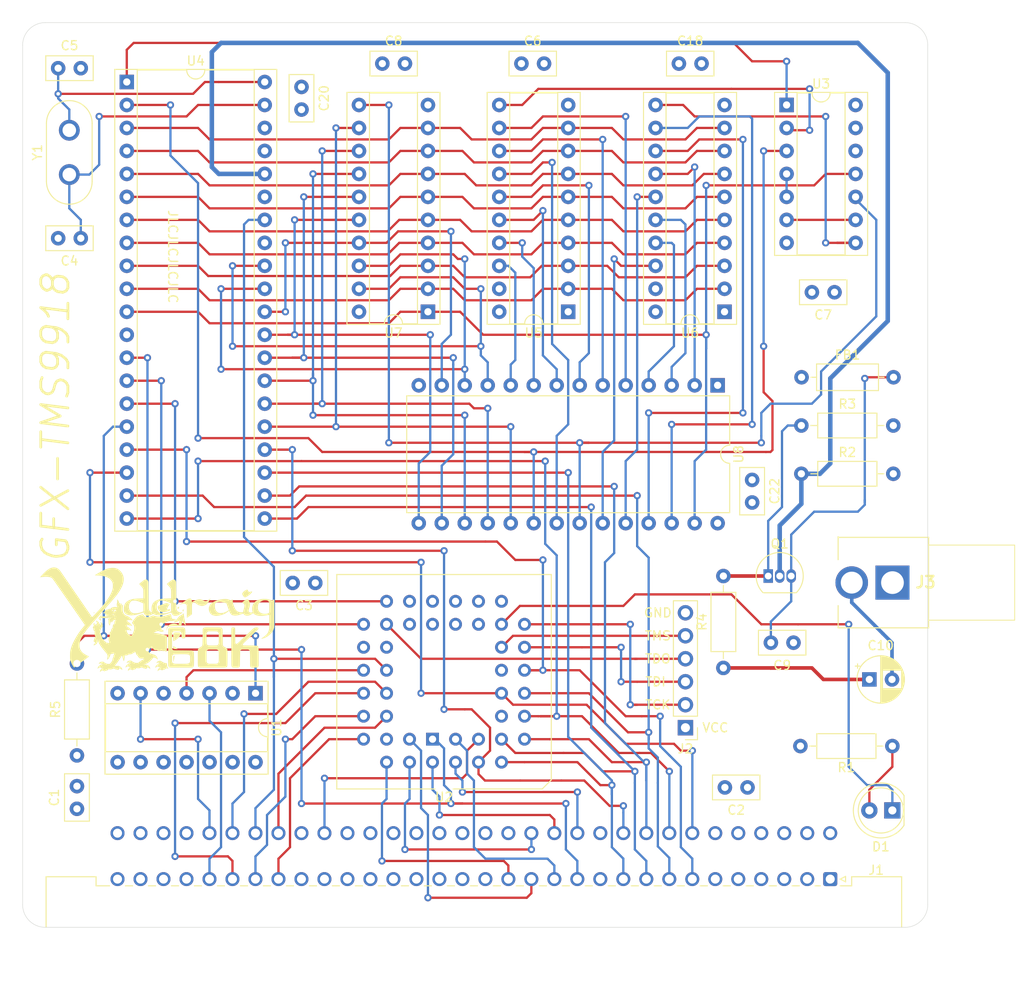
<source format=kicad_pcb>
(kicad_pcb (version 20221018) (generator pcbnew)
  (layers (0 "F.Cu" signal) (1 "In1.Cu" power) (2 "In2.Cu" power) (31 "B.Cu" signal) (34 "B.Paste" user) (35 "F.Paste" user) (36 "B.SilkS" user "B.Silkscreen") (37 "F.SilkS" user "F.Silkscreen") (38 "B.Mask" user) (39 "F.Mask" user) (44 "Edge.Cuts" user))
  (net 0 "")
  (net 1 "GND")
  (net 2 "+5V")
  (net 3 "Net-(C4-Pad1)")
  (net 4 "Net-(C5-Pad1)")
  (net 5 "Net-(C9-Pad2)")
  (net 6 "Net-(C10-Pad2)")
  (net 7 "Net-(C10-Pad1)")
  (net 8 "Net-(D1-Pad2)")
  (net 9 "/LED")
  (net 12 "Net-(J1-PadC28)")
  (net 13 "/~{CS_DATA}")
  (net 14 "/~{RESET}")
  (net 15 "/~{UDS}")
  (net 16 "/CPU_CLK")
  (net 25 "/A6")
  (net 26 "/A4")
  (net 27 "/A2")
  (net 28 "/D7")
  (net 29 "/D5")
  (net 30 "/D3")
  (net 31 "/D1")
  (net 40 "Net-(J1-PadA28)")
  (net 41 "/~{CS_REG}")
  (net 42 "/R~{W}")
  (net 43 "/~{LDS}")
  (net 52 "/A7")
  (net 53 "/A5")
  (net 54 "/A3")
  (net 55 "/A1")
  (net 56 "/D6")
  (net 57 "/D4")
  (net 58 "/D2")
  (net 59 "/D0")
  (net 64 "Net-(J2-Pad5)")
  (net 65 "Net-(J2-Pad4)")
  (net 66 "Net-(J2-Pad3)")
  (net 67 "Net-(J2-Pad2)")
  (net 68 "Net-(Q1-Pad1)")
  (net 69 "/VDP/COMPOSITE")
  (net 71 "/~{DTACK}")
  (net 73 "/~{IRQ}")
  (net 74 "/~{VDPR}")
  (net 80 "/~{VDPW}")
  (net 84 "Net-(U3-Pad6)")
  (net 86 "Net-(U3-Pad4)")
  (net 87 "/VDP/VR~{W}")
  (net 88 "/VDP/V~{R}W")
  (net 89 "/VDP/~{CAS}")
  (net 90 "/VDP/ROW")
  (net 91 "/VDP/COL")
  (net 92 "/VDP/~{RAS}")
  (net 96 "/VDP/VD0")
  (net 97 "/VDP/VD1")
  (net 98 "/VDP/VD2")
  (net 99 "/VDP/AD0")
  (net 100 "/VDP/VD3")
  (net 101 "/VDP/AD1")
  (net 102 "/VDP/VD4")
  (net 103 "/VDP/AD2")
  (net 104 "/VDP/VD5")
  (net 105 "/VDP/AD3")
  (net 106 "/VDP/VD6")
  (net 107 "/VDP/AD4")
  (net 108 "/VDP/VD7")
  (net 109 "/VDP/AD5")
  (net 110 "/VDP/AD6")
  (net 111 "/VDP/AD7")
  (net 113 "/VDP/VA0")
  (net 114 "/VDP/VA1")
  (net 115 "/VDP/VA2")
  (net 116 "/VDP/VA3")
  (net 117 "/VDP/VA4")
  (net 118 "/VDP/VA5")
  (net 119 "/VDP/VA6")
  (net 121 "/VDP/VA7")
  (net 122 "/VDP/VA8")
  (net 123 "/VDP/VA9")
  (net 124 "/VDP/VA10")
  (net 125 "/VDP/VA11")
  (net 126 "/VDP/VA12")
  (net 127 "/VDP/VA13")
  (footprint "Capacitor_THT:C_Disc_D5.0mm_W2.5mm_P2.50mm" (layer "F.Cu") (at 106 131.9 90)
    (fp_text reference "C1")
    (fp_text value "100nF")
  )
  (footprint "Capacitor_THT:C_Disc_D5.0mm_W2.5mm_P2.50mm" (layer "F.Cu") (at 180.086 129.54 180)
    (fp_text reference "C2")
    (fp_text value "100nF")
  )
  (footprint "Capacitor_THT:C_Disc_D5.0mm_W2.5mm_P2.50mm" (layer "F.Cu") (at 132.334 106.934 180)
    (fp_text reference "C3")
    (fp_text value "100nF")
  )
  (footprint "Capacitor_THT:C_Disc_D5.0mm_W2.5mm_P2.50mm" (layer "F.Cu") (at 106.426 68.834 180)
    (fp_text reference "C4")
    (fp_text value "22pF")
  )
  (footprint "Capacitor_THT:C_Disc_D5.0mm_W2.5mm_P2.50mm" (layer "F.Cu") (at 103.926 50.038)
    (fp_text reference "C5")
    (fp_text value "22pF")
  )
  (footprint "Capacitor_THT:C_Disc_D5.0mm_W2.5mm_P2.50mm" (layer "F.Cu") (at 155.107 49.53)
    (fp_text reference "C6")
    (fp_text value "100nF")
  )
  (footprint "Capacitor_THT:C_Disc_D5.0mm_W2.5mm_P2.50mm" (layer "F.Cu") (at 189.698 74.803 180)
    (fp_text reference "C7")
    (fp_text value "100nF")
  )
  (footprint "Capacitor_THT:C_Disc_D5.0mm_W2.5mm_P2.50mm" (layer "F.Cu") (at 139.74 49.53)
    (fp_text reference "C8")
    (fp_text value "100nF")
  )
  (footprint "Capacitor_THT:C_Disc_D5.0mm_W2.5mm_P2.50mm" (layer "F.Cu") (at 185.166 113.538 180)
    (fp_text reference "C9")
    (fp_text value "0.1uF")
  )
  (footprint "Capacitor_THT:C_Disc_D5.0mm_W2.5mm_P2.50mm" (layer "F.Cu") (at 172.506 49.53)
    (fp_text reference "C18")
    (fp_text value "100nF")
  )
  (footprint "Capacitor_THT:C_Disc_D5.0mm_W2.5mm_P2.50mm" (layer "F.Cu") (at 130.81 52.11 -90)
    (fp_text reference "C20")
    (fp_text value "100nF")
  )
  (footprint "Capacitor_THT:C_Disc_D5.0mm_W2.5mm_P2.50mm" (layer "F.Cu") (at 180.594 95.544 -90)
    (fp_text reference "C22")
    (fp_text value "100nF")
  )
  (footprint "LED_THT:LED_D5.0mm_FlatTop" (layer "F.Cu") (at 196.088 132.08 180)
    (fp_text reference "D1")
    (fp_text value "Amber")
  )
  (footprint "Inductor_THT:L_Axial_L6.6mm_D2.7mm_P10.16mm_Horizontal_Vishay_IM-2" (layer "F.Cu") (at 186.055 84.201)
    (fp_text reference "FB1")
    (fp_text value "Ferrite_Bead")
  )
  (footprint "Ddraig:DIN41612_C_2x32_Male_Horizontal_THT" (layer "F.Cu") (at 189.224 139.672 180)
    (fp_text reference "J1")
    (fp_text value "D68K_64PIN_BOARD")
  )
  (footprint "Connector_PinHeader_2.54mm:PinHeader_1x06_P2.54mm_Vertical" (layer "F.Cu") (at 173.228 122.936 180)
    (fp_text reference "J2")
    (fp_text value "JTAG")
  )
  (footprint "Package_TO_SOT_THT:TO-92_Inline" (layer "F.Cu") (at 182.372 106.172)
    (fp_text reference "Q1")
    (fp_text value "2N3904")
  )
  (footprint "Resistor_THT:R_Axial_DIN0207_L6.3mm_D2.5mm_P10.16mm_Horizontal" (layer "F.Cu") (at 196.088 124.968 180)
    (fp_text reference "R1")
    (fp_text value "220R")
  )
  (footprint "Resistor_THT:R_Axial_DIN0207_L6.3mm_D2.5mm_P10.16mm_Horizontal" (layer "F.Cu") (at 186.033 94.869)
    (fp_text reference "R2")
    (fp_text value "470R")
  )
  (footprint "Resistor_THT:R_Axial_DIN0207_L6.3mm_D2.5mm_P10.16mm_Horizontal" (layer "F.Cu") (at 186.033 89.535)
    (fp_text reference "R3")
    (fp_text value "75R")
  )
  (footprint "Resistor_THT:R_Axial_DIN0207_L6.3mm_D2.5mm_P10.16mm_Horizontal" (layer "F.Cu") (at 177.419 116.332 90)
    (fp_text reference "R4")
    (fp_text value "75R")
  )
  (footprint "Package_DIP:DIP-14_W7.62mm_Socket" (layer "F.Cu") (at 125.73 119.126 -90)
    (fp_text reference "U1")
    (fp_text value "74LS125")
  )
  (footprint "Package_LCC:PLCC-44_THT-Socket" (layer "F.Cu") (at 145.288 124.206 180)
    (fp_text reference "U2")
    (fp_text value "XC9536PC44")
  )
  (footprint "Package_DIP:DIP-14_W7.62mm_Socket" (layer "F.Cu") (at 184.404 54.102)
    (fp_text reference "U3")
    (fp_text value "74LS04")
  )
  (footprint "Package_DIP:DIP-40_W15.24mm_Socket" (layer "F.Cu") (at 111.506 51.562)
    (fp_text reference "U4")
    (fp_text value "TMS9918A")
  )
  (footprint "Package_DIP:DIP-20_W7.62mm_Socket" (layer "F.Cu") (at 160.274 76.962 180)
    (fp_text reference "U5")
    (fp_text value "74LS574")
  )
  (footprint "Package_DIP:DIP-20_W7.62mm_Socket" (layer "F.Cu") (at 177.546 76.962 180)
    (fp_text reference "U6")
    (fp_text value "74LS574")
  )
  (footprint "Package_DIP:DIP-20_W7.62mm_Socket" (layer "F.Cu") (at 144.78 76.962 180)
    (fp_text reference "U7")
    (fp_text value "74LS574")
  )
  (footprint "Package_DIP:DIP-28_W15.24mm" (layer "F.Cu") (at 176.784 85.09 -90)
    (fp_text reference "U8")
    (fp_text value "CY62256-70PC")
  )
  (footprint "Crystal:Crystal_HC50_Vertical" (layer "F.Cu") (at 105.156 61.796 90)
    (fp_text reference "Y1")
    (fp_text value "10.7Mhz")
  )
  (footprint "Ddraig:Ddraig68k-26mm" (layer "F.Cu") (at 115.062 110.744)
    (fp_text reference "G***" hide)
    (fp_text value "LOGO" hide)
  )
  (footprint "Capacitor_THT:CP_Radial_D5.0mm_P2.50mm" (layer "F.Cu") (at 193.548 117.602)
    (fp_text reference "C10")
    (fp_text value "220uF")
  )
  (footprint "Ddraig:KLPX0848A2RG" (layer "F.Cu") (at 196.1 106.9 180)
    (fp_text reference "J3")
    (fp_text value "CompositeOut" hide)
  )
  (footprint "Resistor_THT:R_Axial_DIN0207_L6.3mm_D2.5mm_P10.16mm_Horizontal" (layer "F.Cu") (at 106 126 90)
    (fp_text reference "R5")
    (fp_text value "10k")
  )
  (gr_line (start 200 47.5) (end 200 142.5) (stroke (width 0.05)) (layer "Edge.Cuts"))
  (gr_line (start 197.5 145) (end 102.5 145) (stroke (width 0.05)) (layer "Edge.Cuts"))
  (gr_line (start 100 142.5) (end 100 47.5) (stroke (width 0.05)) (layer "Edge.Cuts"))
  (gr_line (start 102.5 45) (end 197.5 45) (stroke (width 0.05)) (layer "Edge.Cuts"))
  (gr_arc (start 197.5 45) (mid 199.267767 45.732233) (end 200 47.5) (stroke (width 0.05)) (layer "Edge.Cuts"))
  (gr_arc (start 102.5 145) (mid 100.732233 144.267767) (end 100 142.5) (stroke (width 0.05)) (layer "Edge.Cuts"))
  (gr_arc (start 200 142.5) (mid 199.267767 144.267767) (end 197.5 145) (stroke (width 0.05)) (layer "Edge.Cuts"))
  (gr_arc (start 100 47.5) (mid 100.732233 45.732233) (end 102.5 45) (stroke (width 0.05)) (layer "Edge.Cuts"))
  (gr_text "GND" (at 170.18 110.236) (layer "F.SilkS") (effects (font (size 1 1))))
  (gr_text "TMS" (at 170.18 112.776) (layer "F.SilkS") (effects (font (size 1 1))))
  (gr_text "TCK\n" (at 170.18 120.396) (layer "F.SilkS") (effects (font (size 1 1))))
  (gr_text "TDI" (at 169.926 117.856) (layer "F.SilkS") (effects (font (size 1 1))))
  (gr_text "VCC\n" (at 176.53 122.936) (layer "F.SilkS") (effects (font (size 1 1))))
  (gr_text "TDO" (at 170.18 115.316) (layer "F.SilkS") (effects (font (size 1 1))))
  (gr_text "JLCJLCJLCJLC" (at 116.586 70.866 270) (layer "F.SilkS") (effects (font (size 1 1))))
  (gr_text "GFX-TMS9918" (at 103.632 88.646 90) (layer "F.SilkS") (effects (font (size 3 3) (thickness 0.3) italic)))
  (segment (start 118.11 55.372) (end 108.458 55.372) (width 0.25) (layer "F.Cu") (net 3))
  (segment (start 126.746 54.102) (end 119.38 54.102) (width 0.25) (layer "F.Cu") (net 3))
  (segment (start 119.38 54.102) (end 118.11 55.372) (width 0.25) (layer "F.Cu") (net 3))
  (via (at 108.458 55.372) (size 0.8) (drill 0.4) (layers "F.Cu" "B.Cu") (net 3))
  (segment (start 105.156 65.532) (end 105.156 61.796) (width 0.25) (layer "B.Cu") (net 3))
  (segment (start 108.458 60.706) (end 107.368 61.796) (width 0.25) (layer "B.Cu") (net 3))
  (segment (start 108.458 55.372) (end 108.458 60.706) (width 0.25) (layer "B.Cu") (net 3))
  (segment (start 106.426 68.834) (end 106.426 66.802) (width 0.25) (layer "B.Cu") (net 3))
  (segment (start 107.368 61.796) (end 105.156 61.796) (width 0.25) (layer "B.Cu") (net 3))
  (segment (start 106.426 66.802) (end 105.156 65.532) (width 0.25) (layer "B.Cu") (net 3))
  (segment (start 121.666 51.562) (end 120.142 51.562) (width 0.25) (layer "F.Cu") (net 4))
  (segment (start 121.666 51.562) (end 126.746 51.562) (width 0.25) (layer "F.Cu") (net 4))
  (segment (start 118.832 52.872) (end 103.926 52.872) (width 0.25) (layer "F.Cu") (net 4))
  (segment (start 120.142 51.562) (end 118.832 52.872) (width 0.25) (layer "F.Cu") (net 4))
  (via (at 103.926 52.872) (size 0.8) (drill 0.4) (layers "F.Cu" "B.Cu") (net 4))
  (segment (start 105.156 56.896) (end 105.156 54.61) (width 0.25) (layer "B.Cu") (net 4))
  (segment (start 103.926 53.38) (end 103.926 52.872) (width 0.25) (layer "B.Cu") (net 4))
  (segment (start 103.926 52.872) (end 103.926 50.038) (width 0.25) (layer "B.Cu") (net 4))
  (segment (start 105.156 54.61) (end 103.926 53.38) (width 0.25) (layer "B.Cu") (net 4))
  (segment (start 196.215 84.201) (end 193.16701 84.201) (width 0.25) (layer "F.Cu") (net 5))
  (segment (start 193.16701 84.201) (end 193.04 84.32801) (width 0.25) (layer "F.Cu") (net 5))
  (via (at 193.04 84.32801) (size 0.8) (drill 0.4) (layers "F.Cu" "B.Cu") (net 5))
  (segment (start 184.912 101.6) (end 187.452 99.06) (width 0.25) (layer "B.Cu") (net 5))
  (segment (start 193.04 98.044) (end 193.04 97.79) (width 0.25) (layer "B.Cu") (net 5))
  (segment (start 184.912 106.172) (end 184.912 101.6) (width 0.25) (layer "B.Cu") (net 5))
  (segment (start 193.04 97.79) (end 193.04 84.32801) (width 0.25) (layer "B.Cu") (net 5))
  (segment (start 184.912 106.172) (end 184.912 108.966) (width 0.25) (layer "B.Cu") (net 5))
  (segment (start 192.278 99.06) (end 193.04 98.298) (width 0.25) (layer "B.Cu") (net 5))
  (segment (start 193.04 98.298) (end 193.04 97.79) (width 0.25) (layer "B.Cu") (net 5))
  (segment (start 184.912 108.966) (end 182.666 111.212) (width 0.25) (layer "B.Cu") (net 5))
  (segment (start 182.666 111.212) (end 182.666 113.538) (width 0.25) (layer "B.Cu") (net 5))
  (segment (start 187.452 99.06) (end 192.278 99.06) (width 0.25) (layer "B.Cu") (net 5))
  (segment (start 195.05 112.55) (end 196.048 113.548) (width 0.4) (layer "B.Cu") (net 6))
  (segment (start 191.6 109.1) (end 191.6 106.9) (width 0.4) (layer "B.Cu") (net 6))
  (segment (start 196.048 117.602) (end 196.048 113.548) (width 0.4) (layer "B.Cu") (net 6))
  (segment (start 195.05 112.55) (end 191.6 109.1) (width 0.4) (layer "B.Cu") (net 6))
  (segment (start 183.388 116.332) (end 182.626 116.332) (width 0.4) (layer "F.Cu") (net 7))
  (segment (start 182.626 116.332) (end 177.419 116.332) (width 0.4) (layer "F.Cu") (net 7))
  (segment (start 182.626 116.332) (end 187.198 116.332) (width 0.4) (layer "F.Cu") (net 7))
  (segment (start 187.198 116.332) (end 188.468 117.602) (width 0.4) (layer "F.Cu") (net 7))
  (segment (start 188.468 117.602) (end 193.548 117.602) (width 0.4) (layer "F.Cu") (net 7))
  (segment (start 193.548 132.08) (end 193.548 129.794) (width 0.25) (layer "F.Cu") (net 8))
  (segment (start 193.548 129.794) (end 196.088 127.254) (width 0.25) (layer "F.Cu") (net 8))
  (segment (start 196.088 127.254) (end 196.088 124.968) (width 0.25) (layer "F.Cu") (net 8))
  (segment (start 166.37 109.474) (end 167.64 108.204) (width 0.25) (layer "F.Cu") (net 9))
  (segment (start 178.308 108.204) (end 181.61 111.506) (width 0.25) (layer "F.Cu") (net 9))
  (segment (start 181.61 111.506) (end 185.674 111.506) (width 0.25) (layer "F.Cu") (net 9))
  (segment (start 154.94 109.474) (end 166.37 109.474) (width 0.25) (layer "F.Cu") (net 9))
  (segment (start 152.908 111.506) (end 154.94 109.474) (width 0.25) (layer "F.Cu") (net 9))
  (segment (start 185.674 111.506) (end 191.262 111.506) (width 0.25) (layer "F.Cu") (net 9))
  (segment (start 167.64 108.204) (end 178.308 108.204) (width 0.25) (layer "F.Cu") (net 9))
  (via (at 191.262 111.506) (size 0.8) (drill 0.4) (layers "F.Cu" "B.Cu") (net 9))
  (segment (start 195.58 129.286) (end 196.088 129.794) (width 0.25) (layer "B.Cu") (net 9))
  (segment (start 191.262 127.254) (end 193.294 129.286) (width 0.25) (layer "B.Cu") (net 9))
  (segment (start 191.262 111.506) (end 191.262 127.254) (width 0.25) (layer "B.Cu") (net 9))
  (segment (start 196.088 129.794) (end 196.088 132.08) (width 0.25) (layer "B.Cu") (net 9))
  (segment (start 193.294 129.286) (end 195.58 129.286) (width 0.25) (layer "B.Cu") (net 9))
  (segment (start 119.38 124.206) (end 113.03 124.206) (width 0.25) (layer "F.Cu") (net 12))
  (via (at 113.03 124.206) (size 0.8) (drill 0.4) (layers "F.Cu" "B.Cu") (net 12))
  (via (at 119.38 124.206) (size 0.8) (drill 0.4) (layers "F.Cu" "B.Cu") (net 12))
  (segment (start 119.38 130.81) (end 119.38 124.206) (width 0.25) (layer "B.Cu") (net 12))
  (segment (start 120.644 134.592) (end 120.644 132.074) (width 0.25) (layer "B.Cu") (net 12))
  (segment (start 113.03 124.206) (end 113.03 119.126) (width 0.25) (layer "B.Cu") (net 12))
  (segment (start 120.644 132.074) (end 119.38 130.81) (width 0.25) (layer "B.Cu") (net 12))
  (segment (start 138.938 117.856) (end 140.208 119.126) (width 0.25) (layer "F.Cu") (net 13))
  (segment (start 124.46 121.412) (end 128.016 121.412) (width 0.25) (layer "F.Cu") (net 13))
  (segment (start 131.572 117.856) (end 138.938 117.856) (width 0.25) (layer "F.Cu") (net 13))
  (segment (start 128.016 121.412) (end 131.572 117.856) (width 0.25) (layer "F.Cu") (net 13))
  (via (at 124.46 121.412) (size 0.8) (drill 0.4) (layers "F.Cu" "B.Cu") (net 13))
  (segment (start 123.184 131.324) (end 124.46 130.048) (width 0.25) (layer "B.Cu") (net 13))
  (segment (start 124.46 130.048) (end 124.46 121.412) (width 0.25) (layer "B.Cu") (net 13))
  (segment (start 123.184 134.592) (end 123.184 131.324) (width 0.25) (layer "B.Cu") (net 13))
  (segment (start 138.938 115.316) (end 127.762 115.316) (width 0.25) (layer "F.Cu") (net 14))
  (segment (start 140.208 116.586) (end 138.938 115.316) (width 0.25) (layer "F.Cu") (net 14))
  (via (at 127.762 115.316) (size 0.8) (drill 0.4) (layers "F.Cu" "B.Cu") (net 14))
  (segment (start 127.762 117.348) (end 127.762 105.156) (width 0.25) (layer "B.Cu") (net 14))
  (segment (start 124.46 67.31) (end 124.968 66.802) (width 0.25) (layer "B.Cu") (net 14))
  (segment (start 127.762 115.316) (end 127.762 117.348) (width 0.25) (layer "B.Cu") (net 14))
  (segment (start 127.762 117.348) (end 127.762 129.794) (width 0.25) (layer "B.Cu") (net 14))
  (segment (start 127.762 129.794) (end 125.724 131.832) (width 0.25) (layer "B.Cu") (net 14))
  (segment (start 124.46 101.854) (end 124.46 67.31) (width 0.25) (layer "B.Cu") (net 14))
  (segment (start 127.762 105.156) (end 124.46 101.854) (width 0.25) (layer "B.Cu") (net 14))
  (segment (start 125.724 131.832) (end 125.724 134.592) (width 0.25) (layer "B.Cu") (net 14))
  (segment (start 124.968 66.802) (end 126.746 66.802) (width 0.25) (layer "B.Cu") (net 14))
  (segment (start 128.264 128.022) (end 128.264 134.592) (width 0.25) (layer "F.Cu") (net 15))
  (segment (start 138.938 122.936) (end 133.35 122.936) (width 0.25) (layer "F.Cu") (net 15))
  (segment (start 140.208 121.666) (end 138.938 122.936) (width 0.25) (layer "F.Cu") (net 15))
  (segment (start 133.35 122.936) (end 128.264 128.022) (width 0.25) (layer "F.Cu") (net 15))
  (segment (start 149.098 128.016) (end 149.098 125.476) (width 0.25) (layer "F.Cu") (net 16))
  (segment (start 133.35 128.524) (end 148.59 128.524) (width 0.25) (layer "F.Cu") (net 16))
  (segment (start 148.59 128.524) (end 149.098 128.016) (width 0.25) (layer "F.Cu") (net 16))
  (segment (start 149.098 125.476) (end 150.368 124.206) (width 0.25) (layer "F.Cu") (net 16))
  (via (at 133.35 128.524) (size 0.8) (drill 0.4) (layers "F.Cu" "B.Cu") (net 16))
  (segment (start 133.35 134.586) (end 133.344 134.592) (width 0.25) (layer "B.Cu") (net 16))
  (segment (start 133.35 128.524) (end 133.35 134.586) (width 0.25) (layer "B.Cu") (net 16))
  (segment (start 142.24 136.398) (end 156.21 136.398) (width 0.25) (layer "F.Cu") (net 25))
  (via (at 142.24 136.398) (size 0.8) (drill 0.4) (layers "F.Cu" "B.Cu") (net 25))
  (via (at 156.21 136.398) (size 0.8) (drill 0.4) (layers "F.Cu" "B.Cu") (net 25))
  (segment (start 142.748 126.746) (end 142.748 130.81) (width 0.25) (layer "B.Cu") (net 25))
  (segment (start 156.21 136.398) (end 156.21 134.598) (width 0.25) (layer "B.Cu") (net 25))
  (segment (start 156.21 134.598) (end 156.204 134.592) (width 0.25) (layer "B.Cu") (net 25))
  (segment (start 142.748 130.81) (end 142.24 131.318) (width 0.25) (layer "B.Cu") (net 25))
  (segment (start 142.24 131.318) (end 142.24 136.398) (width 0.25) (layer "B.Cu") (net 25))
  (segment (start 146.05 132.588) (end 158.242 132.588) (width 0.25) (layer "F.Cu") (net 26))
  (segment (start 158.744 133.09) (end 158.744 134.592) (width 0.25) (layer "F.Cu") (net 26))
  (segment (start 158.242 132.588) (end 158.744 133.09) (width 0.25) (layer "F.Cu") (net 26))
  (via (at 146.05 132.588) (size 0.8) (drill 0.4) (layers "F.Cu" "B.Cu") (net 26))
  (segment (start 145.288 126.746) (end 145.288 129.794) (width 0.25) (layer "B.Cu") (net 26))
  (segment (start 146.05 130.556) (end 146.05 132.588) (width 0.25) (layer "B.Cu") (net 26))
  (segment (start 145.288 129.794) (end 146.05 130.556) (width 0.25) (layer "B.Cu") (net 26))
  (segment (start 148.59 130.048) (end 161.29 130.048) (width 0.25) (layer "F.Cu") (net 27))
  (via (at 148.59 130.048) (size 0.8) (drill 0.4) (layers "F.Cu" "B.Cu") (net 27))
  (via (at 161.29 130.048) (size 0.8) (drill 0.4) (layers "F.Cu" "B.Cu") (net 27))
  (segment (start 147.828 126.746) (end 147.828 128.016) (width 0.25) (layer "B.Cu") (net 27))
  (segment (start 161.29 130.048) (end 161.29 134.586) (width 0.25) (layer "B.Cu") (net 27))
  (segment (start 148.59 128.778) (end 148.59 130.048) (width 0.25) (layer "B.Cu") (net 27))
  (segment (start 147.828 128.016) (end 148.59 128.778) (width 0.25) (layer "B.Cu") (net 27))
  (segment (start 161.29 134.586) (end 161.284 134.592) (width 0.25) (layer "B.Cu") (net 27))
  (segment (start 150.368 126.746) (end 151.638 125.476) (width 0.25) (layer "F.Cu") (net 28))
  (segment (start 148.844 120.904) (end 146.558 120.904) (width 0.25) (layer "F.Cu") (net 28))
  (segment (start 151.078 128.778) (end 150.368 128.068) (width 0.25) (layer "F.Cu") (net 28))
  (segment (start 149.606 120.904) (end 148.844 120.904) (width 0.25) (layer "F.Cu") (net 28))
  (segment (start 129.794 92.202) (end 126.746 92.202) (width 0.25) (layer "F.Cu") (net 28))
  (segment (start 164.846 131.572) (end 166.37 131.572) (width 0.25) (layer "F.Cu") (net 28))
  (segment (start 154.978 128.778) (end 159.512 128.778) (width 0.25) (layer "F.Cu") (net 28))
  (segment (start 162.052 128.778) (end 164.846 131.572) (width 0.25) (layer "F.Cu") (net 28))
  (segment (start 151.638 122.936) (end 149.606 120.904) (width 0.25) (layer "F.Cu") (net 28))
  (segment (start 154.978 128.778) (end 151.078 128.778) (width 0.25) (layer "F.Cu") (net 28))
  (segment (start 159.512 128.778) (end 162.052 128.778) (width 0.25) (layer "F.Cu") (net 28))
  (segment (start 150.368 128.068) (end 150.368 126.746) (width 0.25) (layer "F.Cu") (net 28))
  (segment (start 146.558 103.378) (end 129.794 103.378) (width 0.25) (layer "F.Cu") (net 28))
  (segment (start 151.638 125.476) (end 151.638 122.936) (width 0.25) (layer "F.Cu") (net 28))
  (via (at 129.794 103.378) (size 0.8) (drill 0.4) (layers "F.Cu" "B.Cu") (net 28))
  (via (at 166.37 131.572) (size 0.8) (drill 0.4) (layers "F.Cu" "B.Cu") (net 28))
  (via (at 146.558 120.904) (size 0.8) (drill 0.4) (layers "F.Cu" "B.Cu") (net 28))
  (via (at 146.558 103.378) (size 0.8) (drill 0.4) (layers "F.Cu" "B.Cu") (net 28))
  (via (at 129.794 92.202) (size 0.8) (drill 0.4) (layers "F.Cu" "B.Cu") (net 28))
  (segment (start 166.37 131.572) (end 166.37 132.334) (width 0.25) (layer "B.Cu") (net 28))
  (segment (start 166.37 132.334) (end 166.37 134.586) (width 0.25) (layer "B.Cu") (net 28))
  (segment (start 146.558 103.378) (end 146.558 119.38) (width 0.25) (layer "B.Cu") (net 28))
  (segment (start 129.794 103.378) (end 129.794 92.202) (width 0.25) (layer "B.Cu") (net 28))
  (segment (start 146.558 120.904) (end 146.558 119.38) (width 0.25) (layer "B.Cu") (net 28))
  (segment (start 166.37 134.586) (end 166.364 134.592) (width 0.25) (layer "B.Cu") (net 28))
  (segment (start 158.242 124.206) (end 162.56 124.206) (width 0.25) (layer "F.Cu") (net 29))
  (segment (start 162.56 124.206) (end 165.1 126.746) (width 0.25) (layer "F.Cu") (net 29))
  (segment (start 165.1 126.746) (end 168.91 126.746) (width 0.25) (layer "F.Cu") (net 29))
  (segment (start 165.354 96.266) (end 130.556 96.266) (width 0.25) (layer "F.Cu") (net 29))
  (segment (start 130.556 96.266) (end 129.54 97.282) (width 0.25) (layer "F.Cu") (net 29))
  (segment (start 155.448 124.206) (end 158.242 124.206) (width 0.25) (layer "F.Cu") (net 29))
  (segment (start 129.54 97.282) (end 126.746 97.282) (width 0.25) (layer "F.Cu") (net 29))
  (via (at 165.354 96.266) (size 0.8) (drill 0.4) (layers "F.Cu" "B.Cu") (net 29))
  (via (at 168.91 126.746) (size 0.8) (drill 0.4) (layers "F.Cu" "B.Cu") (net 29))
  (segment (start 165.354 103.632) (end 165.354 96.266) (width 0.25) (layer "B.Cu") (net 29))
  (segment (start 168.91 128.778) (end 168.91 127) (width 0.25) (layer "B.Cu") (net 29))
  (segment (start 168.91 128.778) (end 168.91 134.586) (width 0.25) (layer "B.Cu") (net 29))
  (segment (start 164.338 122.428) (end 164.338 104.648) (width 0.25) (layer "B.Cu") (net 29))
  (segment (start 168.91 126.746) (end 168.91 128.778) (width 0.25) (layer "B.Cu") (net 29))
  (segment (start 168.91 127) (end 164.338 122.428) (width 0.25) (layer "B.Cu") (net 29))
  (segment (start 168.91 134.586) (end 168.904 134.592) (width 0.25) (layer "B.Cu") (net 29))
  (segment (start 164.338 104.648) (end 165.354 103.632) (width 0.25) (layer "B.Cu") (net 29))
  (segment (start 155.448 121.666) (end 156.972 121.666) (width 0.25) (layer "F.Cu") (net 30))
  (segment (start 157.226 121.666) (end 159.004 121.666) (width 0.25) (layer "F.Cu") (net 30))
  (segment (start 119.38 99.822) (end 111.506 99.822) (width 0.25) (layer "F.Cu") (net 30))
  (segment (start 168.148 125.73) (end 169.418 125.73) (width 0.25) (layer "F.Cu") (net 30))
  (segment (start 156.972 121.666) (end 157.226 121.666) (width 0.25) (layer "F.Cu") (net 30))
  (segment (start 161.798 121.666) (end 165.862 125.73) (width 0.25) (layer "F.Cu") (net 30))
  (segment (start 130.81 93.472) (end 124.206 93.472) (width 0.25) (layer "F.Cu") (net 30))
  (segment (start 169.418 125.73) (end 171.45 127.762) (width 0.25) (layer "F.Cu") (net 30))
  (segment (start 124.206 93.472) (end 119.38 93.472) (width 0.25) (layer "F.Cu") (net 30))
  (segment (start 157.734 93.472) (end 130.81 93.472) (width 0.25) (layer "F.Cu") (net 30))
  (segment (start 157.226 121.666) (end 161.798 121.666) (width 0.25) (layer "F.Cu") (net 30))
  (segment (start 165.862 125.73) (end 168.148 125.73) (width 0.25) (layer "F.Cu") (net 30))
  (via (at 159.004 121.666) (size 0.8) (drill 0.4) (layers "F.Cu" "B.Cu") (net 30))
  (via (at 119.38 99.822) (size 0.8) (drill 0.4) (layers "F.Cu" "B.Cu") (net 30))
  (via (at 171.45 127.762) (size 0.8) (drill 0.4) (layers "F.Cu" "B.Cu") (net 30))
  (via (at 157.734 93.472) (size 0.8) (drill 0.4) (layers "F.Cu" "B.Cu") (net 30))
  (via (at 119.38 93.472) (size 0.8) (drill 0.4) (layers "F.Cu" "B.Cu") (net 30))
  (segment (start 157.734 102.616) (end 157.734 93.472) (width 0.25) (layer "B.Cu") (net 30))
  (segment (start 119.38 93.472) (end 119.38 99.822) (width 0.25) (layer "B.Cu") (net 30))
  (segment (start 159.004 121.666) (end 159.004 103.886) (width 0.25) (layer "B.Cu") (net 30))
  (segment (start 171.45 127.762) (end 171.45 134.586) (width 0.25) (layer "B.Cu") (net 30))
  (segment (start 171.45 134.586) (end 171.444 134.592) (width 0.25) (layer "B.Cu") (net 30))
  (segment (start 159.004 103.886) (end 157.734 102.616) (width 0.25) (layer "B.Cu") (net 30))
  (segment (start 152.908 119.126) (end 154.178 120.396) (width 0.25) (layer "F.Cu") (net 31))
  (segment (start 152.908 119.126) (end 144.018 119.126) (width 0.25) (layer "F.Cu") (net 31))
  (segment (start 144.018 104.648) (end 107.442 104.648) (width 0.25) (layer "F.Cu") (net 31))
  (segment (start 166.624 124.714) (end 171.958 124.714) (width 0.25) (layer "F.Cu") (net 31))
  (segment (start 171.958 124.714) (end 172.72 125.476) (width 0.25) (layer "F.Cu") (net 31))
  (segment (start 172.72 125.476) (end 173.99 125.476) (width 0.25) (layer "F.Cu") (net 31))
  (segment (start 162.306 120.396) (end 166.624 124.714) (width 0.25) (layer "F.Cu") (net 31))
  (segment (start 107.442 94.742) (end 111.506 94.742) (width 0.25) (layer "F.Cu") (net 31))
  (segment (start 154.178 120.396) (end 162.306 120.396) (width 0.25) (layer "F.Cu") (net 31))
  (via (at 107.442 104.648) (size 0.8) (drill 0.4) (layers "F.Cu" "B.Cu") (net 31))
  (via (at 144.018 104.648) (size 0.8) (drill 0.4) (layers "F.Cu" "B.Cu") (net 31))
  (via (at 173.99 125.476) (size 0.8) (drill 0.4) (layers "F.Cu" "B.Cu") (net 31))
  (via (at 107.442 94.742) (size 0.8) (drill 0.4) (layers "F.Cu" "B.Cu") (net 31))
  (via (at 144.018 119.126) (size 0.8) (drill 0.4) (layers "F.Cu" "B.Cu") (net 31))
  (segment (start 144.018 104.648) (end 144.018 119.126) (width 0.25) (layer "B.Cu") (net 31))
  (segment (start 107.442 104.648) (end 107.442 94.742) (width 0.25) (layer "B.Cu") (net 31))
  (segment (start 173.99 125.476) (end 173.99 134.586) (width 0.25) (layer "B.Cu") (net 31))
  (segment (start 173.99 134.586) (end 173.984 134.592) (width 0.25) (layer "B.Cu") (net 31))
  (segment (start 121.92 123.444) (end 121.92 136.144) (width 0.25) (layer "B.Cu") (net 40))
  (segment (start 120.644 137.42) (end 120.644 139.672) (width 0.25) (layer "B.Cu") (net 40))
  (segment (start 120.65 122.174) (end 121.92 123.444) (width 0.25) (layer "B.Cu") (net 40))
  (segment (start 120.65 119.126) (end 120.65 122.174) (width 0.25) (layer "B.Cu") (net 40))
  (segment (start 121.92 136.144) (end 120.644 137.42) (width 0.25) (layer "B.Cu") (net 40))
  (segment (start 116.84 137.16) (end 122.682 137.16) (width 0.25) (layer "F.Cu") (net 41))
  (segment (start 132.334 119.126) (end 129.032 122.428) (width 0.25) (layer "F.Cu") (net 41))
  (segment (start 129.032 122.428) (end 116.84 122.428) (width 0.25) (layer "F.Cu") (net 41))
  (segment (start 123.184 137.662) (end 123.184 139.672) (width 0.25) (layer "F.Cu") (net 41))
  (segment (start 137.668 119.126) (end 132.334 119.126) (width 0.25) (layer "F.Cu") (net 41))
  (segment (start 122.682 137.16) (end 123.184 137.662) (width 0.25) (layer "F.Cu") (net 41))
  (via (at 116.84 137.16) (size 0.8) (drill 0.4) (layers "F.Cu" "B.Cu") (net 41))
  (via (at 116.84 122.428) (size 0.8) (drill 0.4) (layers "F.Cu" "B.Cu") (net 41))
  (segment (start 116.84 122.428) (end 116.84 137.16) (width 0.25) (layer "B.Cu") (net 41))
  (segment (start 129.794 124.206) (end 129.032 124.206) (width 0.25) (layer "F.Cu") (net 42))
  (segment (start 137.668 121.666) (end 132.334 121.666) (width 0.25) (layer "F.Cu") (net 42))
  (segment (start 132.334 121.666) (end 129.794 124.206) (width 0.25) (layer "F.Cu") (net 42))
  (via (at 129.032 124.206) (size 0.8) (drill 0.4) (layers "F.Cu" "B.Cu") (net 42))
  (segment (start 127 132.588) (end 127 135.89) (width 0.25) (layer "B.Cu") (net 42))
  (segment (start 129.032 130.556) (end 127 132.588) (width 0.25) (layer "B.Cu") (net 42))
  (segment (start 125.724 137.166) (end 125.724 139.672) (width 0.25) (layer "B.Cu") (net 42))
  (segment (start 129.032 124.206) (end 129.032 130.556) (width 0.25) (layer "B.Cu") (net 42))
  (segment (start 127 135.89) (end 125.724 137.166) (width 0.25) (layer "B.Cu") (net 42))
  (segment (start 133.858 124.206) (end 129.54 128.524) (width 0.25) (layer "F.Cu") (net 43))
  (segment (start 129.54 136.144) (end 128.264 137.42) (width 0.25) (layer "F.Cu") (net 43))
  (segment (start 129.54 128.524) (end 129.54 136.144) (width 0.25) (layer "F.Cu") (net 43))
  (segment (start 137.668 124.206) (end 133.858 124.206) (width 0.25) (layer "F.Cu") (net 43))
  (segment (start 128.264 137.42) (end 128.264 139.672) (width 0.25) (layer "F.Cu") (net 43))
  (segment (start 153.664 138.17) (end 153.664 139.672) (width 0.25) (layer "F.Cu") (net 52))
  (segment (start 139.7 137.668) (end 153.162 137.668) (width 0.25) (layer "F.Cu") (net 52))
  (segment (start 153.162 137.668) (end 153.664 138.17) (width 0.25) (layer "F.Cu") (net 52))
  (via (at 139.7 137.668) (size 0.8) (drill 0.4) (layers "F.Cu" "B.Cu") (net 52))
  (segment (start 139.7 131.318) (end 139.7 137.668) (width 0.25) (layer "B.Cu") (net 52))
  (segment (start 140.208 126.746) (end 140.208 130.81) (width 0.25) (layer "B.Cu") (net 52))
  (segment (start 140.208 130.81) (end 139.7 131.318) (width 0.25) (layer "B.Cu") (net 52))
  (segment (start 155.702 141.732) (end 156.204 141.23) (width 0.25) (layer "F.Cu") (net 53))
  (segment (start 144.78 141.732) (end 155.702 141.732) (width 0.25) (layer "F.Cu") (net 53))
  (segment (start 156.204 141.23) (end 156.204 139.672) (width 0.25) (layer "F.Cu") (net 53))
  (via (at 144.78 141.732) (size 0.8) (drill 0.4) (layers "F.Cu" "B.Cu") (net 53))
  (segment (start 142.748 124.206) (end 144.018 125.476) (width 0.25) (layer "B.Cu") (net 53))
  (segment (start 144.018 131.826) (end 144.78 132.588) (width 0.25) (layer "B.Cu") (net 53))
  (segment (start 144.78 132.588) (end 144.78 141.732) (width 0.25) (layer "B.Cu") (net 53))
  (segment (start 144.018 125.476) (end 144.018 131.826) (width 0.25) (layer "B.Cu") (net 53))
  (segment (start 149.098 125.476) (end 149.098 128.016) (width 0.25) (layer "B.Cu") (net 54))
  (segment (start 147.828 124.206) (end 149.098 125.476) (width 0.25) (layer "B.Cu") (net 54))
  (segment (start 157.988 137.414) (end 158.744 138.17) (width 0.25) (layer "B.Cu") (net 54))
  (segment (start 149.098 128.016) (end 149.86 128.778) (width 0.25) (layer "B.Cu") (net 54))
  (segment (start 149.86 136.144) (end 151.13 137.414) (width 0.25) (layer "B.Cu") (net 54))
  (segment (start 151.13 137.414) (end 157.988 137.414) (width 0.25) (layer "B.Cu") (net 54))
  (segment (start 158.744 138.17) (end 158.744 139.672) (width 0.25) (layer "B.Cu") (net 54))
  (segment (start 149.86 128.778) (end 149.86 136.144) (width 0.25) (layer "B.Cu") (net 54))
  (segment (start 148.59 131.318) (end 160.02 131.318) (width 0.25) (layer "F.Cu") (net 55))
  (segment (start 111.506 82.042) (end 113.792 82.042) (width 0.25) (layer "F.Cu") (net 55))
  (segment (start 147.32 131.318) (end 148.59 131.318) (width 0.25) (layer "F.Cu") (net 55))
  (segment (start 148.59 131.318) (end 130.81 131.318) (width 0.25) (layer "F.Cu") (net 55))
  (segment (start 130.81 114.3) (end 113.792 114.3) (width 0.25) (layer "F.Cu") (net 55))
  (via (at 113.792 114.3) (size 0.8) (drill 0.4) (layers "F.Cu" "B.Cu") (net 55))
  (via (at 130.81 114.3) (size 0.8) (drill 0.4) (layers "F.Cu" "B.Cu") (net 55))
  (via (at 130.81 131.318) (size 0.8) (drill 0.4) (layers "F.Cu" "B.Cu") (net 55))
  (via (at 147.32 131.318) (size 0.8) (drill 0.4) (layers "F.Cu" "B.Cu") (net 55))
  (via (at 160.02 131.318) (size 0.8) (drill 0.4) (layers "F.Cu" "B.Cu") (net 55))
  (via (at 113.792 82.042) (size 0.8) (drill 0.4) (layers "F.Cu" "B.Cu") (net 55))
  (segment (start 145.288 124.206) (end 145.542 124.206) (width 0.25) (layer "B.Cu") (net 55))
  (segment (start 130.81 131.318) (end 130.81 114.3) (width 0.25) (layer "B.Cu") (net 55))
  (segment (start 147.32 130.048) (end 147.32 131.318) (width 0.25) (layer "B.Cu") (net 55))
  (segment (start 160.02 136.398) (end 160.02 131.318) (width 0.25) (layer "B.Cu") (net 55))
  (segment (start 145.542 124.206) (end 146.558 125.222) (width 0.25) (layer "B.Cu") (net 55))
  (segment (start 161.284 137.662) (end 160.02 136.398) (width 0.25) (layer "B.Cu") (net 55))
  (segment (start 146.558 125.222) (end 146.558 129.286) (width 0.25) (layer "B.Cu") (net 55))
  (segment (start 113.792 82.042) (end 113.792 114.3) (width 0.25) (layer "B.Cu") (net 55))
  (segment (start 146.558 129.286) (end 147.32 130.048) (width 0.25) (layer "B.Cu") (net 55))
  (segment (start 161.284 139.672) (end 161.284 137.662) (width 0.25) (layer "B.Cu") (net 55))
  (segment (start 161.29 126.746) (end 163.83 129.286) (width 0.25) (layer "F.Cu") (net 56))
  (segment (start 163.83 129.286) (end 165.1 129.286) (width 0.25) (layer "F.Cu") (net 56))
  (segment (start 160.274 94.742) (end 126.746 94.742) (width 0.25) (layer "F.Cu") (net 56))
  (segment (start 155.448 126.746) (end 161.29 126.746) (width 0.25) (layer "F.Cu") (net 56))
  (segment (start 152.908 126.746) (end 155.448 126.746) (width 0.25) (layer "F.Cu") (net 56))
  (via (at 160.274 94.742) (size 0.8) (drill 0.4) (layers "F.Cu" "B.Cu") (net 56))
  (via (at 165.1 129.286) (size 0.8) (drill 0.4) (layers "F.Cu" "B.Cu") (net 56))
  (segment (start 165.1 130.302) (end 165.1 136.144) (width 0.25) (layer "B.Cu") (net 56))
  (segment (start 166.364 137.408) (end 166.364 139.672) (width 0.25) (layer "B.Cu") (net 56))
  (segment (start 165.1 128.778) (end 160.274 123.952) (width 0.25) (layer "B.Cu") (net 56))
  (segment (start 165.1 129.286) (end 165.1 130.302) (width 0.25) (layer "B.Cu") (net 56))
  (segment (start 165.1 130.302) (end 165.1 128.778) (width 0.25) (layer "B.Cu") (net 56))
  (segment (start 165.1 136.144) (end 166.364 137.408) (width 0.25) (layer "B.Cu") (net 56))
  (segment (start 160.274 123.952) (end 160.274 94.742) (width 0.25) (layer "B.Cu") (net 56))
  (segment (start 164.084 127.762) (end 167.64 127.762) (width 0.25) (layer "F.Cu") (net 57))
  (segment (start 131.572 98.552) (end 130.302 99.822) (width 0.25) (layer "F.Cu") (net 57))
  (segment (start 162.814 98.552) (end 131.572 98.552) (width 0.25) (layer "F.Cu") (net 57))
  (segment (start 130.302 99.822) (end 126.746 99.822) (width 0.25) (layer "F.Cu") (net 57))
  (segment (start 154.432 125.73) (end 159.766 125.73) (width 0.25) (layer "F.Cu") (net 57))
  (segment (start 159.766 125.73) (end 162.052 125.73) (width 0.25) (layer "F.Cu") (net 57))
  (segment (start 152.908 124.206) (end 154.432 125.73) (width 0.25) (layer "F.Cu") (net 57))
  (segment (start 162.052 125.73) (end 164.084 127.762) (width 0.25) (layer "F.Cu") (net 57))
  (via (at 167.64 127.762) (size 0.8) (drill 0.4) (layers "F.Cu" "B.Cu") (net 57))
  (via (at 162.814 98.552) (size 0.8) (drill 0.4) (layers "F.Cu" "B.Cu") (net 57))
  (segment (start 168.904 137.662) (end 167.64 136.398) (width 0.25) (layer "B.Cu") (net 57))
  (segment (start 168.904 139.672) (end 168.904 137.662) (width 0.25) (layer "B.Cu") (net 57))
  (segment (start 162.814 122.936) (end 162.814 98.552) (width 0.25) (layer "B.Cu") (net 57))
  (segment (start 167.64 129.032) (end 167.64 127.762) (width 0.25) (layer "B.Cu") (net 57))
  (segment (start 167.64 127.762) (end 162.814 122.936) (width 0.25) (layer "B.Cu") (net 57))
  (segment (start 167.64 136.398) (end 167.64 129.032) (width 0.25) (layer "B.Cu") (net 57))
  (segment (start 167.894 97.282) (end 131.318 97.282) (width 0.25) (layer "F.Cu") (net 58))
  (segment (start 166.878 123.444) (end 169.164 123.444) (width 0.25) (layer "F.Cu") (net 58))
  (segment (start 155.448 119.126) (end 162.56 119.126) (width 0.25) (layer "F.Cu") (net 58))
  (segment (start 162.56 119.126) (end 166.878 123.444) (width 0.25) (layer "F.Cu") (net 58))
  (segment (start 119.888 97.282) (end 111.506 97.282) (width 0.25) (layer "F.Cu") (net 58))
  (segment (start 121.158 98.552) (end 119.888 97.282) (width 0.25) (layer "F.Cu") (net 58))
  (segment (start 130.048 98.552) (end 121.158 98.552) (width 0.25) (layer "F.Cu") (net 58))
  (segment (start 131.318 97.282) (end 130.048 98.552) (width 0.25) (layer "F.Cu") (net 58))
  (via (at 169.164 123.444) (size 0.8) (drill 0.4) (layers "F.Cu" "B.Cu") (net 58))
  (via (at 167.894 97.282) (size 0.8) (drill 0.4) (layers "F.Cu" "B.Cu") (net 58))
  (segment (start 169.164 125.222) (end 169.164 124.206) (width 0.25) (layer "B.Cu") (net 58))
  (segment (start 169.164 124.206) (end 169.164 123.444) (width 0.25) (layer "B.Cu") (net 58))
  (segment (start 170.18 129.032) (end 170.18 126.238) (width 0.25) (layer "B.Cu") (net 58))
  (segment (start 169.164 104.14) (end 167.894 102.87) (width 0.25) (layer "B.Cu") (net 58))
  (segment (start 167.894 102.87) (end 167.894 97.282) (width 0.25) (layer "B.Cu") (net 58))
  (segment (start 171.444 137.322001) (end 171.444 139.672) (width 0.25) (layer "B.Cu") (net 58))
  (segment (start 170.18 136.058001) (end 171.444 137.322001) (width 0.25) (layer "B.Cu") (net 58))
  (segment (start 169.164 124.206) (end 169.164 104.14) (width 0.25) (layer "B.Cu") (net 58))
  (segment (start 170.18 126.238) (end 169.164 125.222) (width 0.25) (layer "B.Cu") (net 58))
  (segment (start 170.18 129.032) (end 170.18 136.058001) (width 0.25) (layer "B.Cu") (net 58))
  (segment (start 161.544 116.586) (end 166.624 121.666) (width 0.25) (layer "F.Cu") (net 59))
  (segment (start 166.624 121.666) (end 168.402 121.666) (width 0.25) (layer "F.Cu") (net 59))
  (segment (start 151.13 102.362) (end 152.4 102.362) (width 0.25) (layer "F.Cu") (net 59))
  (segment (start 151.13 102.362) (end 118.11 102.362) (width 0.25) (layer "F.Cu") (net 59))
  (segment (start 156.21 116.586) (end 161.544 116.586) (width 0.25) (layer "F.Cu") (net 59))
  (segment (start 155.448 116.586) (end 156.21 116.586) (width 0.25) (layer "F.Cu") (net 59))
  (segment (start 118.11 92.202) (end 111.506 92.202) (width 0.25) (layer "F.Cu") (net 59))
  (segment (start 152.4 102.362) (end 154.432 104.394) (width 0.25) (layer "F.Cu") (net 59))
  (segment (start 156.21 116.586) (end 157.48 116.586) (width 0.25) (layer "F.Cu") (net 59))
  (segment (start 168.402 121.666) (end 170.434 121.666) (width 0.25) (layer "F.Cu") (net 59))
  (segment (start 154.432 104.394) (end 157.48 104.394) (width 0.25) (layer "F.Cu") (net 59))
  (via (at 118.11 102.362) (size 0.8) (drill 0.4) (layers "F.Cu" "B.Cu") (net 59))
  (via (at 170.434 121.666) (size 0.8) (drill 0.4) (layers "F.Cu" "B.Cu") (net 59))
  (via (at 157.48 116.586) (size 0.8) (drill 0.4) (layers "F.Cu" "B.Cu") (net 59))
  (via (at 118.11 92.202) (size 0.8) (drill 0.4) (layers "F.Cu" "B.Cu") (net 59))
  (via (at 157.48 104.394) (size 0.8) (drill 0.4) (layers "F.Cu" "B.Cu") (net 59))
  (segment (start 170.434 124.968) (end 170.434 121.666) (width 0.25) (layer "B.Cu") (net 59))
  (segment (start 157.48 116.586) (end 157.48 104.394) (width 0.25) (layer "B.Cu") (net 59))
  (segment (start 172.72 127.254) (end 171.45 125.984) (width 0.25) (layer "B.Cu") (net 59))
  (segment (start 173.984 139.672) (end 173.984 137.408) (width 0.25) (layer "B.Cu") (net 59))
  (segment (start 173.984 137.408) (end 172.72 136.144) (width 0.25) (layer "B.Cu") (net 59))
  (segment (start 172.72 136.144) (end 172.72 127.254) (width 0.25) (layer "B.Cu") (net 59))
  (segment (start 171.45 125.984) (end 170.434 124.968) (width 0.25) (layer "B.Cu") (net 59))
  (segment (start 118.11 102.362) (end 118.11 92.202) (width 0.25) (layer "B.Cu") (net 59))
  (segment (start 173.228 112.776) (end 154.178 112.776) (width 0.25) (layer "F.Cu") (net 64))
  (segment (start 154.178 112.776) (end 152.908 114.046) (width 0.25) (layer "F.Cu") (net 64))
  (segment (start 167.64 115.316) (end 173.228 115.316) (width 0.25) (layer "F.Cu") (net 65))
  (segment (start 144.018 115.316) (end 140.208 111.506) (width 0.25) (layer "F.Cu") (net 65))
  (segment (start 167.64 115.316) (end 144.018 115.316) (width 0.25) (layer "F.Cu") (net 65))
  (segment (start 167.894 115.316) (end 167.64 115.316) (width 0.25) (layer "F.Cu") (net 65))
  (segment (start 155.448 114.046) (end 161.798 114.046) (width 0.25) (layer "F.Cu") (net 66))
  (segment (start 167.894 117.856) (end 173.228 117.856) (width 0.25) (layer "F.Cu") (net 66))
  (segment (start 161.798 114.046) (end 166.116 114.046) (width 0.25) (layer "F.Cu") (net 66))
  (segment (start 166.116 117.856) (end 167.894 117.856) (width 0.25) (layer "F.Cu") (net 66))
  (via (at 166.116 117.856) (size 0.8) (drill 0.4) (layers "F.Cu" "B.Cu") (net 66))
  (via (at 166.116 114.046) (size 0.8) (drill 0.4) (layers "F.Cu" "B.Cu") (net 66))
  (segment (start 166.116 114.046) (end 166.116 117.856) (width 0.25) (layer "B.Cu") (net 66))
  (segment (start 155.448 111.506) (end 163.576 111.506) (width 0.25) (layer "F.Cu") (net 67))
  (segment (start 163.576 111.506) (end 167.132 111.506) (width 0.25) (layer "F.Cu") (net 67))
  (segment (start 167.64 120.396) (end 173.228 120.396) (width 0.25) (layer "F.Cu") (net 67))
  (segment (start 167.64 120.396) (end 167.894 120.396) (width 0.25) (layer "F.Cu") (net 67))
  (segment (start 167.132 120.396) (end 167.64 120.396) (width 0.25) (layer "F.Cu") (net 67))
  (via (at 167.132 111.506) (size 0.8) (drill 0.4) (layers "F.Cu" "B.Cu") (net 67))
  (via (at 167.132 120.396) (size 0.8) (drill 0.4) (layers "F.Cu" "B.Cu") (net 67))
  (segment (start 167.132 111.506) (end 167.132 120.396) (width 0.25) (layer "B.Cu") (net 67))
  (segment (start 177.419 106.172) (end 182.372 106.172) (width 0.4) (layer "F.Cu") (net 68))
  (segment (start 182.372 100.076) (end 183.896 98.552) (width 0.25) (layer "B.Cu") (net 68))
  (segment (start 183.896 98.552) (end 183.896 90.17) (width 0.25) (layer "B.Cu") (net 68))
  (segment (start 184.531 89.535) (end 186.033 89.535) (width 0.25) (layer "B.Cu") (net 68))
  (segment (start 183.896 90.17) (end 184.531 89.535) (width 0.25) (layer "B.Cu") (net 68))
  (segment (start 182.372 106.172) (end 182.372 100.076) (width 0.25) (layer "B.Cu") (net 68))
  (segment (start 121.92 47.244) (end 192.278 47.244) (width 0.5) (layer "B.Cu") (net 69))
  (segment (start 195.58 77.978) (end 189.23 84.328) (width 0.5) (layer "B.Cu") (net 69))
  (segment (start 189.23 84.328) (end 189.23 93.726) (width 0.5) (layer "B.Cu") (net 69))
  (segment (start 120.904 60.96) (end 120.904 48.26) (width 0.5) (layer "B.Cu") (net 69))
  (segment (start 195.58 50.546) (end 195.58 77.978) (width 0.5) (layer "B.Cu") (net 69))
  (segment (start 192.278 47.244) (end 195.58 50.546) (width 0.5) (layer "B.Cu") (net 69))
  (segment (start 186.033 98.193) (end 186.033 94.869) (width 0.5) (layer "B.Cu") (net 69))
  (segment (start 183.642 106.172) (end 183.642 100.584) (width 0.5) (layer "B.Cu") (net 69))
  (segment (start 189.23 93.726) (end 188.087 94.869) (width 0.5) (layer "B.Cu") (net 69))
  (segment (start 121.666 61.722) (end 120.904 60.96) (width 0.5) (layer "B.Cu") (net 69))
  (segment (start 183.642 100.584) (end 186.033 98.193) (width 0.5) (layer "B.Cu") (net 69))
  (segment (start 120.904 48.26) (end 121.92 47.244) (width 0.5) (layer "B.Cu") (net 69))
  (segment (start 188.087 94.869) (end 186.033 94.869) (width 0.5) (layer "B.Cu") (net 69))
  (segment (start 126.746 61.722) (end 121.666 61.722) (width 0.5) (layer "B.Cu") (net 69))
  (segment (start 118.11 117.348) (end 118.11 119.126) (width 0.25) (layer "F.Cu") (net 71))
  (segment (start 137.668 116.586) (end 118.872 116.586) (width 0.25) (layer "F.Cu") (net 71))
  (segment (start 118.872 116.586) (end 118.11 117.348) (width 0.25) (layer "F.Cu") (net 71))
  (segment (start 108.966 112.776) (end 110.124 112.776) (width 0.25) (layer "F.Cu") (net 73))
  (segment (start 106 113.6) (end 106 115.84) (width 0.25) (layer "F.Cu") (net 73))
  (segment (start 106.824 112.776) (end 106 113.6) (width 0.25) (layer "F.Cu") (net 73))
  (segment (start 110.124 112.776) (end 125.73 112.776) (width 0.25) (layer "F.Cu") (net 73))
  (segment (start 110.124 112.776) (end 106.824 112.776) (width 0.25) (layer "F.Cu") (net 73))
  (via (at 108.966 112.776) (size 0.8) (drill 0.4) (layers "F.Cu" "B.Cu") (net 73))
  (via (at 125.73 112.776) (size 0.8) (drill 0.4) (layers "F.Cu" "B.Cu") (net 73))
  (segment (start 125.73 112.776) (end 125.73 119.126) (width 0.25) (layer "B.Cu") (net 73))
  (segment (start 109.982 89.662) (end 108.966 90.678) (width 0.25) (layer "B.Cu") (net 73))
  (segment (start 111.506 89.662) (end 109.982 89.662) (width 0.25) (layer "B.Cu") (net 73))
  (segment (start 108.966 90.678) (end 108.966 112.776) (width 0.25) (layer "B.Cu") (net 73))
  (segment (start 116.84 87.122) (end 111.506 87.122) (width 0.25) (layer "F.Cu") (net 74))
  (segment (start 140.208 108.966) (end 116.84 108.966) (width 0.25) (layer "F.Cu") (net 74))
  (via (at 116.84 108.966) (size 0.8) (drill 0.4) (layers "F.Cu" "B.Cu") (net 74))
  (via (at 116.84 87.122) (size 0.8) (drill 0.4) (layers "F.Cu" "B.Cu") (net 74))
  (segment (start 116.84 108.966) (end 116.84 87.122) (width 0.25) (layer "B.Cu") (net 74))
  (segment (start 115.316 84.582) (end 111.506 84.582) (width 0.25) (layer "F.Cu") (net 80))
  (segment (start 137.668 111.506) (end 115.316 111.506) (width 0.25) (layer "F.Cu") (net 80))
  (via (at 115.316 84.582) (size 0.8) (drill 0.4) (layers "F.Cu" "B.Cu") (net 80))
  (via (at 115.316 111.506) (size 0.8) (drill 0.4) (layers "F.Cu" "B.Cu") (net 80))
  (segment (start 115.316 111.506) (end 115.316 84.582) (width 0.25) (layer "B.Cu") (net 80))
  (segment (start 192.024 66.802) (end 184.404 66.802) (width 0.25) (layer "F.Cu") (net 84))
  (segment (start 184.404 61.976) (end 184.404 64.516) (width 0.25) (layer "B.Cu") (net 86))
  (segment (start 150.876 79.502) (end 175.514 79.502) (width 0.25) (layer "F.Cu") (net 87))
  (segment (start 188.722 61.722) (end 192.024 61.722) (width 0.25) (layer "F.Cu") (net 87))
  (segment (start 187.452 62.992) (end 188.722 61.722) (width 0.25) (layer "F.Cu") (net 87))
  (segment (start 141.732 76.962) (end 144.78 76.962) (width 0.25) (layer "F.Cu") (net 87))
  (segment (start 111.506 76.962) (end 119.38 76.962) (width 0.25) (layer "F.Cu") (net 87))
  (segment (start 175.514 62.992) (end 187.452 62.992) (width 0.25) (layer "F.Cu") (net 87))
  (segment (start 140.462 78.232) (end 141.732 76.962) (width 0.25) (layer "F.Cu") (net 87))
  (segment (start 144.78 76.962) (end 148.336 76.962) (width 0.25) (layer "F.Cu") (net 87))
  (segment (start 148.336 76.962) (end 150.876 79.502) (width 0.25) (layer "F.Cu") (net 87))
  (segment (start 120.65 78.232) (end 140.462 78.232) (width 0.25) (layer "F.Cu") (net 87))
  (segment (start 119.38 76.962) (end 120.65 78.232) (width 0.25) (layer "F.Cu") (net 87))
  (via (at 175.514 62.992) (size 0.8) (drill 0.4) (layers "F.Cu" "B.Cu") (net 87))
  (via (at 175.514 79.502) (size 0.8) (drill 0.4) (layers "F.Cu" "B.Cu") (net 87))
  (segment (start 175.514 81.026) (end 175.514 92.202) (width 0.25) (layer "B.Cu") (net 87))
  (segment (start 175.514 79.502) (end 175.514 81.026) (width 0.25) (layer "B.Cu") (net 87))
  (segment (start 175.514 81.026) (end 175.514 62.992) (width 0.25) (layer "B.Cu") (net 87))
  (segment (start 174.244 93.472) (end 174.244 100.33) (width 0.25) (layer "B.Cu") (net 87))
  (segment (start 175.514 92.202) (end 174.244 93.472) (width 0.25) (layer "B.Cu") (net 87))
  (segment (start 162.56 91.44) (end 140.462 91.44) (width 0.25) (layer "F.Cu") (net 88))
  (segment (start 162.56 91.44) (end 181.61 91.44) (width 0.25) (layer "F.Cu") (net 88))
  (segment (start 140.462 54.102) (end 137.16 54.102) (width 0.25) (layer "F.Cu") (net 88))
  (segment (start 162.56 91.44) (end 161.544 91.44) (width 0.25) (layer "F.Cu") (net 88))
  (via (at 140.462 54.102) (size 0.8) (drill 0.4) (layers "F.Cu" "B.Cu") (net 88))
  (via (at 161.544 91.44) (size 0.8) (drill 0.4) (layers "F.Cu" "B.Cu") (net 88))
  (via (at 181.61 91.44) (size 0.8) (drill 0.4) (layers "F.Cu" "B.Cu") (net 88))
  (via (at 140.462 91.44) (size 0.8) (drill 0.4) (layers "F.Cu" "B.Cu") (net 88))
  (segment (start 192.024 64.516) (end 194.31 66.802) (width 0.25) (layer "B.Cu") (net 88))
  (segment (start 182.626 87.122) (end 181.61 88.138) (width 0.25) (layer "B.Cu") (net 88))
  (segment (start 181.61 90.678) (end 181.61 91.44) (width 0.25) (layer "B.Cu") (net 88))
  (segment (start 194.31 77.47) (end 188.214 83.566) (width 0.25) (layer "B.Cu") (net 88))
  (segment (start 161.544 100.33) (end 161.544 91.44) (width 0.25) (layer "B.Cu") (net 88))
  (segment (start 181.61 88.138) (end 181.61 90.678) (width 0.25) (layer "B.Cu") (net 88))
  (segment (start 188.214 86.106) (end 187.198 87.122) (width 0.25) (layer "B.Cu") (net 88))
  (segment (start 188.214 83.566) (end 188.214 86.106) (width 0.25) (layer "B.Cu") (net 88))
  (segment (start 187.198 87.122) (end 182.626 87.122) (width 0.25) (layer "B.Cu") (net 88))
  (segment (start 140.462 91.44) (end 140.462 54.102) (width 0.25) (layer "B.Cu") (net 88))
  (segment (start 194.31 66.802) (end 194.31 77.47) (width 0.25) (layer "B.Cu") (net 88))
  (segment (start 182.626 92.456) (end 182.843001 92.238999) (width 0.25) (layer "F.Cu") (net 89))
  (segment (start 133.096 92.456) (end 131.572 90.932) (width 0.25) (layer "F.Cu") (net 89))
  (segment (start 182.843001 86.831001) (end 181.864 85.852) (width 0.25) (layer "F.Cu") (net 89))
  (segment (start 182.843001 92.238999) (end 182.843001 86.831001) (width 0.25) (layer "F.Cu") (net 89))
  (segment (start 116.332 54.102) (end 111.506 54.102) (width 0.25) (layer "F.Cu") (net 89))
  (segment (start 155.448 92.456) (end 133.096 92.456) (width 0.25) (layer "F.Cu") (net 89))
  (segment (start 181.864 85.852) (end 181.864 80.772) (width 0.25) (layer "F.Cu") (net 89))
  (segment (start 156.464 92.456) (end 155.448 92.456) (width 0.25) (layer "F.Cu") (net 89))
  (segment (start 155.448 92.456) (end 182.118 92.456) (width 0.25) (layer "F.Cu") (net 89))
  (segment (start 131.572 90.932) (end 119.38 90.932) (width 0.25) (layer "F.Cu") (net 89))
  (segment (start 181.864 59.182) (end 184.404 59.182) (width 0.25) (layer "F.Cu") (net 89))
  (segment (start 182.118 92.456) (end 182.626 92.456) (width 0.25) (layer "F.Cu") (net 89))
  (via (at 156.464 92.456) (size 0.8) (drill 0.4) (layers "F.Cu" "B.Cu") (net 89))
  (via (at 119.38 90.932) (size 0.8) (drill 0.4) (layers "F.Cu" "B.Cu") (net 89))
  (via (at 181.864 59.182) (size 0.8) (drill 0.4) (layers "F.Cu" "B.Cu") (net 89))
  (via (at 181.864 80.772) (size 0.8) (drill 0.4) (layers "F.Cu" "B.Cu") (net 89))
  (via (at 116.332 54.102) (size 0.8) (drill 0.4) (layers "F.Cu" "B.Cu") (net 89))
  (segment (start 181.864 80.772) (end 181.864 59.182) (width 0.25) (layer "B.Cu") (net 89))
  (segment (start 116.332 59.69) (end 116.332 54.102) (width 0.25) (layer "B.Cu") (net 89))
  (segment (start 119.38 90.932) (end 119.38 62.738) (width 0.25) (layer "B.Cu") (net 89))
  (segment (start 119.38 62.738) (end 116.332 59.69) (width 0.25) (layer "B.Cu") (net 89))
  (segment (start 156.464 100.33) (end 156.464 92.456) (width 0.25) (layer "B.Cu") (net 89))
  (segment (start 178.308 52.324) (end 156.972 52.324) (width 0.25) (layer "F.Cu") (net 90))
  (segment (start 186.944 56.896) (end 184.404 56.896) (width 0.25) (layer "F.Cu") (net 90))
  (segment (start 155.194 54.102) (end 152.654 54.102) (width 0.25) (layer "F.Cu") (net 90))
  (segment (start 178.308 52.324) (end 186.944 52.324) (width 0.25) (layer "F.Cu") (net 90))
  (segment (start 156.972 52.324) (end 155.194 54.102) (width 0.25) (layer "F.Cu") (net 90))
  (via (at 186.944 52.324) (size 0.8) (drill 0.4) (layers "F.Cu" "B.Cu") (net 90))
  (via (at 186.944 56.896) (size 0.8) (drill 0.4) (layers "F.Cu" "B.Cu") (net 90))
  (segment (start 186.944 52.324) (end 186.944 56.896) (width 0.25) (layer "B.Cu") (net 90))
  (segment (start 189.992 69.342) (end 188.722 69.342) (width 0.25) (layer "F.Cu") (net 91))
  (segment (start 172.974 54.102) (end 174.244 55.372) (width 0.25) (layer "F.Cu") (net 91))
  (segment (start 188.156315 55.372) (end 188.722 55.372) (width 0.25) (layer "F.Cu") (net 91))
  (segment (start 192.024 69.342) (end 189.992 69.342) (width 0.25) (layer "F.Cu") (net 91))
  (segment (start 174.244 55.372) (end 188.156315 55.372) (width 0.25) (layer "F.Cu") (net 91))
  (segment (start 188.722 69.342012) (end 188.722012 69.342) (width 0.25) (layer "F.Cu") (net 91))
  (segment (start 192.024 69.596) (end 191.77 69.342) (width 0.25) (layer "F.Cu") (net 91))
  (segment (start 191.77 69.342) (end 189.992 69.342) (width 0.25) (layer "F.Cu") (net 91))
  (segment (start 188.722 69.342) (end 188.722 69.342012) (width 0.25) (layer "F.Cu") (net 91))
  (segment (start 169.926 54.102) (end 172.974 54.102) (width 0.25) (layer "F.Cu") (net 91))
  (via (at 188.722012 69.342) (size 0.8) (drill 0.4) (layers "F.Cu" "B.Cu") (net 91))
  (via (at 188.722 55.372) (size 0.8) (drill 0.4) (layers "F.Cu" "B.Cu") (net 91))
  (segment (start 188.722 55.372) (end 188.722 69.341988) (width 0.25) (layer "B.Cu") (net 91))
  (segment (start 188.722 69.341988) (end 188.722012 69.342) (width 0.25) (layer "B.Cu") (net 91))
  (segment (start 177.038 47.244) (end 178.562 47.244) (width 0.25) (layer "F.Cu") (net 92))
  (segment (start 112.268 47.244) (end 177.038 47.244) (width 0.25) (layer "F.Cu") (net 92))
  (segment (start 111.506 51.562) (end 111.506 48.006) (width 0.25) (layer "F.Cu") (net 92))
  (segment (start 180.594 49.276) (end 184.404 49.276) (width 0.25) (layer "F.Cu") (net 92))
  (segment (start 178.562 47.244) (end 180.594 49.276) (width 0.25) (layer "F.Cu") (net 92))
  (segment (start 111.506 48.006) (end 112.268 47.244) (width 0.25) (layer "F.Cu") (net 92))
  (via (at 184.404 49.276) (size 0.8) (drill 0.4) (layers "F.Cu" "B.Cu") (net 92))
  (segment (start 184.404 49.276) (end 184.404 54.356) (width 0.25) (layer "B.Cu") (net 92))
  (segment (start 140.462 74.422) (end 137.16 74.422) (width 0.25) (layer "F.Cu") (net 96))
  (segment (start 141.732 73.152) (end 140.462 74.422) (width 0.25) (layer "F.Cu") (net 96))
  (segment (start 126.746 71.882) (end 123.19 71.882) (width 0.25) (layer "F.Cu") (net 96))
  (segment (start 123.19 80.772) (end 150.62199 80.772) (width 0.25) (layer "F.Cu") (net 96))
  (segment (start 150.62199 80.772) (end 150.622 80.77201) (width 0.25) (layer "F.Cu") (net 96))
  (segment (start 150.622 74.422) (end 148.844 74.422) (width 0.25) (layer "F.Cu") (net 96))
  (segment (start 148.844 74.422) (end 147.574 73.152) (width 0.25) (layer "F.Cu") (net 96))
  (segment (start 147.574 73.152) (end 141.732 73.152) (width 0.25) (layer "F.Cu") (net 96))
  (via (at 123.19 71.882) (size 0.8) (drill 0.4) (layers "F.Cu" "B.Cu") (net 96))
  (via (at 123.19 80.772) (size 0.8) (drill 0.4) (layers "F.Cu" "B.Cu") (net 96))
  (via (at 150.622 80.77201) (size 0.8) (drill 0.4) (layers "F.Cu" "B.Cu") (net 96))
  (via (at 150.622 74.422) (size 0.8) (drill 0.4) (layers "F.Cu" "B.Cu") (net 96))
  (segment (start 151.384 85.09) (end 151.384 82.550005) (width 0.25) (layer "B.Cu") (net 96))
  (segment (start 150.622 74.422) (end 150.622 80.77201) (width 0.25) (layer "B.Cu") (net 96))
  (segment (start 151.384 82.550005) (end 150.622 81.788005) (width 0.25) (layer "B.Cu") (net 96))
  (segment (start 150.622 81.788005) (end 150.622 80.77201) (width 0.25) (layer "B.Cu") (net 96))
  (segment (start 123.19 71.882) (end 123.19 80.772) (width 0.25) (layer "B.Cu") (net 96))
  (segment (start 126.746 74.422) (end 121.92 74.422) (width 0.25) (layer "F.Cu") (net 97))
  (segment (start 121.92 83.312) (end 148.844 83.312) (width 0.25) (layer "F.Cu") (net 97))
  (segment (start 137.16 71.882) (end 140.462 71.882) (width 0.25) (layer "F.Cu") (net 97))
  (segment (start 141.732 70.612) (end 147.574 70.612) (width 0.25) (layer "F.Cu") (net 97))
  (segment (start 147.574 70.612) (end 148.082 71.12) (width 0.25) (layer "F.Cu") (net 97))
  (segment (start 140.462 71.882) (end 141.732 70.612) (width 0.25) (layer "F.Cu") (net 97))
  (segment (start 148.082 71.12) (end 148.844 71.12) (width 0.25) (layer "F.Cu") (net 97))
  (via (at 121.92 83.312) (size 0.8) (drill 0.4) (layers "F.Cu" "B.Cu") (net 97))
  (via (at 148.844 71.12) (size 0.8) (drill 0.4) (layers "F.Cu" "B.Cu") (net 97))
  (via (at 148.844 83.312) (size 0.8) (drill 0.4) (layers "F.Cu" "B.Cu") (net 97))
  (via (at 121.92 74.422) (size 0.8) (drill 0.4) (layers "F.Cu" "B.Cu") (net 97))
  (segment (start 121.92 74.422) (end 121.92 83.312) (width 0.25) (layer "B.Cu") (net 97))
  (segment (start 148.844 83.312) (end 148.844 71.12) (width 0.25) (layer "B.Cu") (net 97))
  (segment (start 148.844 85.09) (end 148.844 83.312) (width 0.25) (layer "B.Cu") (net 97))
  (segment (start 126.746 76.962) (end 129.032 76.962) (width 0.25) (layer "F.Cu") (net 98))
  (segment (start 140.208 69.342) (end 137.16 69.342) (width 0.25) (layer "F.Cu") (net 98))
  (segment (start 147.32 68.072) (end 141.478 68.072) (width 0.25) (layer "F.Cu") (net 98))
  (segment (start 129.032 69.342) (end 137.16 69.342) (width 0.25) (layer "F.Cu") (net 98))
  (segment (start 141.478 68.072) (end 140.208 69.342) (width 0.25) (layer "F.Cu") (net 98))
  (via (at 129.032 76.962) (size 0.8) (drill 0.4) (layers "F.Cu" "B.Cu") (net 98))
  (via (at 147.32 68.072) (size 0.8) (drill 0.4) (layers "F.Cu" "B.Cu") (net 98))
  (via (at 129.032 69.342) (size 0.8) (drill 0.4) (layers "F.Cu" "B.Cu") (net 98))
  (segment (start 147.32 79.502) (end 147.32 68.072) (width 0.25) (layer "B.Cu") (net 98))
  (segment (start 129.032 76.962) (end 129.032 69.342) (width 0.25) (layer "B.Cu") (net 98))
  (segment (start 146.304 85.09) (end 146.304 80.518) (width 0.25) (layer "B.Cu") (net 98))
  (segment (start 146.304 80.518) (end 147.32 79.502) (width 0.25) (layer "B.Cu") (net 98))
  (segment (start 166.37 75.692) (end 173.228 75.692) (width 0.25) (layer "F.Cu") (net 99))
  (segment (start 120.65 75.692) (end 119.38 74.422) (width 0.25) (layer "F.Cu") (net 99))
  (segment (start 140.462 75.692) (end 120.65 75.692) (width 0.25) (layer "F.Cu") (net 99))
  (segment (start 165.1 74.422) (end 166.37 75.692) (width 0.25) (layer "F.Cu") (net 99))
  (segment (start 156.21 75.692) (end 148.844 75.692) (width 0.25) (layer "F.Cu") (net 99))
  (segment (start 160.274 74.422) (end 157.48 74.422) (width 0.25) (layer "F.Cu") (net 99))
  (segment (start 148.844 75.692) (end 147.574 74.422) (width 0.25) (layer "F.Cu") (net 99))
  (segment (start 141.732 74.422) (end 140.462 75.692) (width 0.25) (layer "F.Cu") (net 99))
  (segment (start 144.78 74.422) (end 141.732 74.422) (width 0.25) (layer "F.Cu") (net 99))
  (segment (start 160.274 74.422) (end 165.1 74.422) (width 0.25) (layer "F.Cu") (net 99))
  (segment (start 147.574 74.422) (end 144.78 74.422) (width 0.25) (layer "F.Cu") (net 99))
  (segment (start 119.38 74.422) (end 111.506 74.422) (width 0.25) (layer "F.Cu") (net 99))
  (segment (start 174.498 74.422) (end 177.546 74.422) (width 0.25) (layer "F.Cu") (net 99))
  (segment (start 157.48 74.422) (end 156.21 75.692) (width 0.25) (layer "F.Cu") (net 99))
  (segment (start 173.228 75.692) (end 174.498 74.422) (width 0.25) (layer "F.Cu") (net 99))
  (segment (start 130.048 66.802) (end 137.16 66.802) (width 0.25) (layer "F.Cu") (net 100))
  (segment (start 129.286 79.502) (end 141.732 79.502) (width 0.25) (layer "F.Cu") (net 100))
  (segment (start 141.732 79.502) (end 145.034 79.502) (width 0.25) (layer "F.Cu") (net 100))
  (segment (start 129.286 79.502) (end 130.048 79.502) (width 0.25) (layer "F.Cu") (net 100))
  (segment (start 126.746 79.502) (end 129.286 79.502) (width 0.25) (layer "F.Cu") (net 100))
  (via (at 145.034 79.502) (size 0.8) (drill 0.4) (layers "F.Cu" "B.Cu") (net 100))
  (via (at 130.048 79.502) (size 0.8) (drill 0.4) (layers "F.Cu" "B.Cu") (net 100))
  (via (at 130.048 66.802) (size 0.8) (drill 0.4) (layers "F.Cu" "B.Cu") (net 100))
  (segment (start 130.048 79.502) (end 130.048 66.802) (width 0.25) (layer "B.Cu") (net 100))
  (segment (start 143.764 93.726) (end 145.034 92.456) (width 0.25) (layer "B.Cu") (net 100))
  (segment (start 143.764 100.33) (end 143.764 93.726) (width 0.25) (layer "B.Cu") (net 100))
  (segment (start 145.034 92.456) (end 145.034 81.026) (width 0.25) (layer "B.Cu") (net 100))
  (segment (start 145.034 79.502) (end 145.034 81.026) (width 0.25) (layer "B.Cu") (net 100))
  (segment (start 119.38 71.882) (end 120.505001 73.007001) (width 0.25) (layer "F.Cu") (net 101))
  (segment (start 144.78 71.882) (end 147.574 71.882) (width 0.25) (layer "F.Cu") (net 101))
  (segment (start 111.506 71.882) (end 119.38 71.882) (width 0.25) (layer "F.Cu") (net 101))
  (segment (start 174.498 71.882) (end 173.228 73.152) (width 0.25) (layer "F.Cu") (net 101))
  (segment (start 120.505001 73.007001) (end 140.606999 73.007001) (width 0.25) (layer "F.Cu") (net 101))
  (segment (start 177.546 71.882) (end 174.498 71.882) (width 0.25) (layer "F.Cu") (net 101))
  (segment (start 148.844 73.152) (end 156.083 73.152) (width 0.25) (layer "F.Cu") (net 101))
  (segment (start 173.228 73.152) (end 165.862 73.152) (width 0.25) (layer "F.Cu") (net 101))
  (segment (start 156.083 73.152) (end 157.353 71.882) (width 0.25) (layer "F.Cu") (net 101))
  (segment (start 147.574 71.882) (end 148.844 73.152) (width 0.25) (layer "F.Cu") (net 101))
  (segment (start 157.353 71.882) (end 160.274 71.882) (width 0.25) (layer "F.Cu") (net 101))
  (segment (start 140.606999 73.007001) (end 141.732 71.882) (width 0.25) (layer "F.Cu") (net 101))
  (segment (start 164.592 71.882) (end 160.274 71.882) (width 0.25) (layer "F.Cu") (net 101))
  (segment (start 141.732 71.882) (end 144.78 71.882) (width 0.25) (layer "F.Cu") (net 101))
  (segment (start 165.862 73.152) (end 164.592 71.882) (width 0.25) (layer "F.Cu") (net 101))
  (segment (start 131.064 64.262) (end 137.16 64.262) (width 0.25) (layer "F.Cu") (net 102))
  (segment (start 129.794 82.042) (end 147.574 82.042) (width 0.25) (layer "F.Cu") (net 102))
  (segment (start 129.794 82.042) (end 131.064 82.042) (width 0.25) (layer "F.Cu") (net 102))
  (segment (start 126.746 82.042) (end 129.794 82.042) (width 0.25) (layer "F.Cu") (net 102))
  (via (at 131.064 82.042) (size 0.8) (drill 0.4) (layers "F.Cu" "B.Cu") (net 102))
  (via (at 131.064 64.262) (size 0.8) (drill 0.4) (layers "F.Cu" "B.Cu") (net 102))
  (via (at 147.574 82.042) (size 0.8) (drill 0.4) (layers "F.Cu" "B.Cu") (net 102))
  (segment (start 146.304 100.33) (end 146.304 93.98) (width 0.25) (layer "B.Cu") (net 102))
  (segment (start 146.304 93.98) (end 147.574 92.71) (width 0.25) (layer "B.Cu") (net 102))
  (segment (start 147.574 82.804) (end 147.574 82.042) (width 0.25) (layer "B.Cu") (net 102))
  (segment (start 131.064 82.042) (end 131.064 64.262) (width 0.25) (layer "B.Cu") (net 102))
  (segment (start 147.574 92.71) (end 147.574 82.804) (width 0.25) (layer "B.Cu") (net 102))
  (segment (start 120.65 70.612) (end 119.38 69.342) (width 0.25) (layer "F.Cu") (net 103))
  (segment (start 149.86 70.612) (end 148.59 69.342) (width 0.25) (layer "F.Cu") (net 103))
  (segment (start 173.228 70.612) (end 174.498 69.342) (width 0.25) (layer "F.Cu") (net 103))
  (segment (start 166.37 70.612) (end 173.228 70.612) (width 0.25) (layer "F.Cu") (net 103))
  (segment (start 141.605 69.342) (end 140.335 70.612) (width 0.25) (layer "F.Cu") (net 103))
  (segment (start 144.78 69.342) (end 141.605 69.342) (width 0.25) (layer "F.Cu") (net 103))
  (segment (start 160.274 69.342) (end 157.48 69.342) (width 0.25) (layer "F.Cu") (net 103))
  (segment (start 140.335 70.612) (end 120.65 70.612) (width 0.25) (layer "F.Cu") (net 103))
  (segment (start 157.48 69.342) (end 156.21 70.612) (width 0.25) (layer "F.Cu") (net 103))
  (segment (start 174.498 69.342) (end 177.546 69.342) (width 0.25) (layer "F.Cu") (net 103))
  (segment (start 148.59 69.342) (end 144.78 69.342) (width 0.25) (layer "F.Cu") (net 103))
  (segment (start 156.21 70.612) (end 149.86 70.612) (width 0.25) (layer "F.Cu") (net 103))
  (segment (start 165.1 69.342) (end 166.37 70.612) (width 0.25) (layer "F.Cu") (net 103))
  (segment (start 119.38 69.342) (end 111.506 69.342) (width 0.25) (layer "F.Cu") (net 103))
  (segment (start 160.274 69.342) (end 165.1 69.342) (width 0.25) (layer "F.Cu") (net 103))
  (segment (start 132.08 88.392) (end 148.844 88.392) (width 0.25) (layer "F.Cu") (net 104))
  (segment (start 126.746 84.582) (end 132.08 84.582) (width 0.25) (layer "F.Cu") (net 104))
  (segment (start 132.08 61.722) (end 137.16 61.722) (width 0.25) (layer "F.Cu") (net 104))
  (via (at 148.844 88.392) (size 0.8) (drill 0.4) (layers "F.Cu" "B.Cu") (net 104))
  (via (at 132.08 61.722) (size 0.8) (drill 0.4) (layers "F.Cu" "B.Cu") (net 104))
  (via (at 132.08 88.392) (size 0.8) (drill 0.4) (layers "F.Cu" "B.Cu") (net 104))
  (via (at 132.08 84.582) (size 0.8) (drill 0.4) (layers "F.Cu" "B.Cu") (net 104))
  (segment (start 148.844 88.392) (end 148.844 100.33) (width 0.25) (layer "B.Cu") (net 104))
  (segment (start 132.08 83.82) (end 132.08 61.722) (width 0.25) (layer "B.Cu") (net 104))
  (segment (start 132.08 84.582) (end 132.08 83.82) (width 0.25) (layer "B.Cu") (net 104))
  (segment (start 132.08 83.82) (end 132.08 88.392) (width 0.25) (layer "B.Cu") (net 104))
  (segment (start 173.228 68.072) (end 166.37 68.072) (width 0.25) (layer "F.Cu") (net 105))
  (segment (start 148.336 66.802) (end 149.606 68.072) (width 0.25) (layer "F.Cu") (net 105))
  (segment (start 157.48 66.802) (end 160.274 66.802) (width 0.25) (layer "F.Cu") (net 105))
  (segment (start 119.38 66.802) (end 120.65 68.072) (width 0.25) (layer "F.Cu") (net 105))
  (segment (start 140.335 68.072) (end 141.605 66.802) (width 0.25) (layer "F.Cu") (net 105))
  (segment (start 166.37 68.072) (end 165.1 66.802) (width 0.25) (layer "F.Cu") (net 105))
  (segment (start 165.1 66.802) (end 160.274 66.802) (width 0.25) (layer "F.Cu") (net 105))
  (segment (start 177.546 66.802) (end 174.498 66.802) (width 0.25) (layer "F.Cu") (net 105))
  (segment (start 144.78 66.802) (end 148.336 66.802) (width 0.25) (layer "F.Cu") (net 105))
  (segment (start 141.605 66.802) (end 144.78 66.802) (width 0.25) (layer "F.Cu") (net 105))
  (segment (start 156.21 68.072) (end 157.48 66.802) (width 0.25) (layer "F.Cu") (net 105))
  (segment (start 111.506 66.802) (end 119.38 66.802) (width 0.25) (layer "F.Cu") (net 105))
  (segment (start 174.498 66.802) (end 173.228 68.072) (width 0.25) (layer "F.Cu") (net 105))
  (segment (start 120.65 68.072) (end 140.335 68.072) (width 0.25) (layer "F.Cu") (net 105))
  (segment (start 149.606 68.072) (end 156.21 68.072) (width 0.25) (layer "F.Cu") (net 105))
  (segment (start 149.352 87.122) (end 149.86 87.63) (width 0.25) (layer "F.Cu") (net 106))
  (segment (start 133.096 59.182) (end 137.16 59.182) (width 0.25) (layer "F.Cu") (net 106))
  (segment (start 149.86 87.63) (end 151.384 87.63) (width 0.25) (layer "F.Cu") (net 106))
  (segment (start 132.08 87.122) (end 149.352 87.122) (width 0.25) (layer "F.Cu") (net 106))
  (segment (start 132.08 87.122) (end 133.096 87.122) (width 0.25) (layer "F.Cu") (net 106))
  (segment (start 126.746 87.122) (end 132.08 87.122) (width 0.25) (layer "F.Cu") (net 106))
  (via (at 133.096 87.122) (size 0.8) (drill 0.4) (layers "F.Cu" "B.Cu") (net 106))
  (via (at 151.384 87.63) (size 0.8) (drill 0.4) (layers "F.Cu" "B.Cu") (net 106))
  (via (at 133.096 59.182) (size 0.8) (drill 0.4) (layers "F.Cu" "B.Cu") (net 106))
  (segment (start 151.384 87.63) (end 151.384 100.33) (width 0.25) (layer "B.Cu") (net 106))
  (segment (start 133.096 87.122) (end 133.096 59.182) (width 0.25) (layer "B.Cu") (net 106))
  (segment (start 160.274 64.262) (end 157.48 64.262) (width 0.25) (layer "F.Cu") (net 107))
  (segment (start 157.48 64.262) (end 156.21 65.532) (width 0.25) (layer "F.Cu") (net 107))
  (segment (start 120.65 65.532) (end 119.38 64.262) (width 0.25) (layer "F.Cu") (net 107))
  (segment (start 173.228 65.532) (end 166.37 65.532) (width 0.25) (layer "F.Cu") (net 107))
  (segment (start 156.21 65.532) (end 149.86 65.532) (width 0.25) (layer "F.Cu") (net 107))
  (segment (start 166.37 65.532) (end 165.1 64.262) (width 0.25) (layer "F.Cu") (net 107))
  (segment (start 141.732 64.262) (end 140.462 65.532) (width 0.25) (layer "F.Cu") (net 107))
  (segment (start 174.498 64.262) (end 173.228 65.532) (width 0.25) (layer "F.Cu") (net 107))
  (segment (start 149.86 65.532) (end 148.59 64.262) (width 0.25) (layer "F.Cu") (net 107))
  (segment (start 165.1 64.262) (end 160.274 64.262) (width 0.25) (layer "F.Cu") (net 107))
  (segment (start 144.78 64.262) (end 141.732 64.262) (width 0.25) (layer "F.Cu") (net 107))
  (segment (start 119.38 64.262) (end 111.506 64.262) (width 0.25) (layer "F.Cu") (net 107))
  (segment (start 140.462 65.532) (end 120.65 65.532) (width 0.25) (layer "F.Cu") (net 107))
  (segment (start 177.546 64.262) (end 174.498 64.262) (width 0.25) (layer "F.Cu") (net 107))
  (segment (start 148.59 64.262) (end 144.78 64.262) (width 0.25) (layer "F.Cu") (net 107))
  (segment (start 137.16 56.642) (end 134.62 56.642) (width 0.25) (layer "F.Cu") (net 108))
  (segment (start 126.746 89.662) (end 134.62 89.662) (width 0.25) (layer "F.Cu") (net 108))
  (segment (start 134.62 89.662) (end 153.924 89.662) (width 0.25) (layer "F.Cu") (net 108))
  (via (at 153.924 89.662) (size 0.8) (drill 0.4) (layers "F.Cu" "B.Cu") (net 108))
  (via (at 134.62 89.662) (size 0.8) (drill 0.4) (layers "F.Cu" "B.Cu") (net 108))
  (via (at 134.62 56.642) (size 0.8) (drill 0.4) (layers "F.Cu" "B.Cu") (net 108))
  (segment (start 153.924 89.662) (end 153.924 100.33) (width 0.25) (layer "B.Cu") (net 108))
  (segment (start 134.62 56.642) (end 134.62 89.662) (width 0.25) (layer "B.Cu") (net 108))
  (segment (start 173.99 62.992) (end 175.26 61.722) (width 0.25) (layer "F.Cu") (net 109))
  (segment (start 157.48 61.722) (end 160.274 61.722) (width 0.25) (layer "F.Cu") (net 109))
  (segment (start 140.462 62.992) (end 141.732 61.722) (width 0.25) (layer "F.Cu") (net 109))
  (segment (start 165.1 61.722) (end 166.37 62.992) (width 0.25) (layer "F.Cu") (net 109))
  (segment (start 156.21 62.992) (end 157.48 61.722) (width 0.25) (layer "F.Cu") (net 109))
  (segment (start 144.78 61.722) (end 148.844 61.722) (width 0.25) (layer "F.Cu") (net 109))
  (segment (start 111.506 61.722) (end 119.38 61.722) (width 0.25) (layer "F.Cu") (net 109))
  (segment (start 175.26 61.722) (end 177.546 61.722) (width 0.25) (layer "F.Cu") (net 109))
  (segment (start 150.114 62.992) (end 156.21 62.992) (width 0.25) (layer "F.Cu") (net 109))
  (segment (start 166.37 62.992) (end 173.99 62.992) (width 0.25) (layer "F.Cu") (net 109))
  (segment (start 119.38 61.722) (end 120.65 62.992) (width 0.25) (layer "F.Cu") (net 109))
  (segment (start 141.732 61.722) (end 144.78 61.722) (width 0.25) (layer "F.Cu") (net 109))
  (segment (start 160.274 61.722) (end 165.1 61.722) (width 0.25) (layer "F.Cu") (net 109))
  (segment (start 148.844 61.722) (end 150.114 62.992) (width 0.25) (layer "F.Cu") (net 109))
  (segment (start 120.65 62.992) (end 140.462 62.992) (width 0.25) (layer "F.Cu") (net 109))
  (segment (start 166.37 60.452) (end 165.1 59.182) (width 0.25) (layer "F.Cu") (net 110))
  (segment (start 174.498 59.182) (end 173.228 60.452) (width 0.25) (layer "F.Cu") (net 110))
  (segment (start 144.78 59.182) (end 141.732 59.182) (width 0.25) (layer "F.Cu") (net 110))
  (segment (start 149.86 60.452) (end 148.59 59.182) (width 0.25) (layer "F.Cu") (net 110))
  (segment (start 157.48 59.182) (end 156.21 60.452) (width 0.25) (layer "F.Cu") (net 110))
  (segment (start 177.546 59.182) (end 174.498 59.182) (width 0.25) (layer "F.Cu") (net 110))
  (segment (start 141.732 59.182) (end 140.462 60.452) (width 0.25) (layer "F.Cu") (net 110))
  (segment (start 148.59 59.182) (end 144.78 59.182) (width 0.25) (layer "F.Cu") (net 110))
  (segment (start 156.21 60.452) (end 149.86 60.452) (width 0.25) (layer "F.Cu") (net 110))
  (segment (start 120.65 60.452) (end 119.38 59.182) (width 0.25) (layer "F.Cu") (net 110))
  (segment (start 140.462 60.452) (end 120.65 60.452) (width 0.25) (layer "F.Cu") (net 110))
  (segment (start 165.1 59.182) (end 160.274 59.182) (width 0.25) (layer "F.Cu") (net 110))
  (segment (start 119.38 59.182) (end 111.506 59.182) (width 0.25) (layer "F.Cu") (net 110))
  (segment (start 160.274 59.182) (end 157.48 59.182) (width 0.25) (layer "F.Cu") (net 110))
  (segment (start 173.228 60.452) (end 166.37 60.452) (width 0.25) (layer "F.Cu") (net 110))
  (segment (start 165.1 56.642) (end 166.37 57.912) (width 0.25) (layer "F.Cu") (net 111))
  (segment (start 120.65 57.912) (end 140.462 57.912) (width 0.25) (layer "F.Cu") (net 111))
  (segment (start 156.21 57.912) (end 157.48 56.642) (width 0.25) (layer "F.Cu") (net 111))
  (segment (start 111.506 56.642) (end 119.38 56.642) (width 0.25) (layer "F.Cu") (net 111))
  (segment (start 160.274 56.642) (end 165.1 56.642) (width 0.25) (layer "F.Cu") (net 111))
  (segment (start 140.462 57.912) (end 141.732 56.642) (width 0.25) (layer "F.Cu") (net 111))
  (segment (start 148.336 56.642) (end 149.606 57.912) (width 0.25) (layer "F.Cu") (net 111))
  (segment (start 174.498 56.642) (end 177.546 56.642) (width 0.25) (layer "F.Cu") (net 111))
  (segment (start 119.38 56.642) (end 120.65 57.912) (width 0.25) (layer "F.Cu") (net 111))
  (segment (start 141.732 56.642) (end 144.78 56.642) (width 0.25) (layer "F.Cu") (net 111))
  (segment (start 149.606 57.912) (end 156.21 57.912) (width 0.25) (layer "F.Cu") (net 111))
  (segment (start 157.48 56.642) (end 160.274 56.642) (width 0.25) (layer "F.Cu") (net 111))
  (segment (start 144.78 56.642) (end 148.336 56.642) (width 0.25) (layer "F.Cu") (net 111))
  (segment (start 173.228 57.912) (end 174.498 56.642) (width 0.25) (layer "F.Cu") (net 111))
  (segment (start 166.37 57.912) (end 173.228 57.912) (width 0.25) (layer "F.Cu") (net 111))
  (segment (start 153.924 85.09) (end 153.924 82.804) (width 0.25) (layer "B.Cu") (net 113))
  (segment (start 154.432 72.644) (end 153.67 71.882) (width 0.25) (layer "B.Cu") (net 113))
  (segment (start 153.67 71.882) (end 152.654 71.882) (width 0.25) (layer "B.Cu") (net 113))
  (segment (start 153.924 82.804) (end 154.432 82.296) (width 0.25) (layer "B.Cu") (net 113))
  (segment (start 154.432 82.296) (end 154.432 72.644) (width 0.25) (layer "B.Cu") (net 113))
  (segment (start 155.194 69.342) (end 152.654 69.342) (width 0.25) (layer "F.Cu") (net 114))
  (via (at 155.194 69.342) (size 0.8) (drill 0.4) (layers "F.Cu" "B.Cu") (net 114))
  (segment (start 155.194 70.866) (end 155.194 69.342) (width 0.25) (layer "B.Cu") (net 114))
  (segment (start 156.464 85.09) (end 156.464 72.136) (width 0.25) (layer "B.Cu") (net 114))
  (segment (start 156.464 72.136) (end 155.194 70.866) (width 0.25) (layer "B.Cu") (net 114))
  (segment (start 157.48 65.786) (end 156.464 66.802) (width 0.25) (layer "F.Cu") (net 115))
  (segment (start 156.464 66.802) (end 152.654 66.802) (width 0.25) (layer "F.Cu") (net 115))
  (via (at 157.48 65.786) (size 0.8) (drill 0.4) (layers "F.Cu" "B.Cu") (net 115))
  (segment (start 159.004 85.09) (end 159.004 83.312) (width 0.25) (layer "B.Cu") (net 115))
  (segment (start 157.48 81.788) (end 157.48 65.786) (width 0.25) (layer "B.Cu") (net 115))
  (segment (start 159.004 83.312) (end 157.48 81.788) (width 0.25) (layer "B.Cu") (net 115))
  (segment (start 162.56 62.992) (end 157.48 62.992) (width 0.25) (layer "F.Cu") (net 116))
  (segment (start 157.48 62.992) (end 156.21 64.262) (width 0.25) (layer "F.Cu") (net 116))
  (segment (start 156.21 64.262) (end 152.654 64.262) (width 0.25) (layer "F.Cu") (net 116))
  (via (at 162.56 62.992) (size 0.8) (drill 0.4) (layers "F.Cu" "B.Cu") (net 116))
  (segment (start 161.544 85.09) (end 161.544 82.55) (width 0.25) (layer "B.Cu") (net 116))
  (segment (start 162.56 81.534) (end 162.56 62.992) (width 0.25) (layer "B.Cu") (net 116))
  (segment (start 161.544 82.55) (end 162.56 81.534) (width 0.25) (layer "B.Cu") (net 116))
  (segment (start 156.21 61.722) (end 152.654 61.722) (width 0.25) (layer "F.Cu") (net 117))
  (segment (start 157.48 60.452) (end 156.21 61.722) (width 0.25) (layer "F.Cu") (net 117))
  (segment (start 158.496 60.452) (end 157.48 60.452) (width 0.25) (layer "F.Cu") (net 117))
  (via (at 158.496 60.452) (size 0.8) (drill 0.4) (layers "F.Cu" "B.Cu") (net 117))
  (segment (start 159.004 100.33) (end 159.004 90.678) (width 0.25) (layer "B.Cu") (net 117))
  (segment (start 160.274 89.408) (end 160.274 82.296) (width 0.25) (layer "B.Cu") (net 117))
  (segment (start 158.496 80.518) (end 158.496 60.452) (width 0.25) (layer "B.Cu") (net 117))
  (segment (start 159.004 90.678) (end 160.274 89.408) (width 0.25) (layer "B.Cu") (net 117))
  (segment (start 160.274 82.296) (end 158.496 80.518) (width 0.25) (layer "B.Cu") (net 117))
  (segment (start 156.21 59.182) (end 152.654 59.182) (width 0.25) (layer "F.Cu") (net 118))
  (segment (start 157.48 57.912) (end 156.21 59.182) (width 0.25) (layer "F.Cu") (net 118))
  (segment (start 164.084 57.912) (end 157.48 57.912) (width 0.25) (layer "F.Cu") (net 118))
  (via (at 164.084 57.912) (size 0.8) (drill 0.4) (layers "F.Cu" "B.Cu") (net 118))
  (segment (start 164.084 85.09) (end 164.084 57.912) (width 0.25) (layer "B.Cu") (net 118))
  (segment (start 166.624 55.372) (end 157.48 55.372) (width 0.25) (layer "F.Cu") (net 119))
  (segment (start 157.48 55.372) (end 156.21 56.642) (width 0.25) (layer "F.Cu") (net 119))
  (segment (start 156.21 56.642) (end 152.654 56.642) (width 0.25) (layer "F.Cu") (net 119))
  (via (at 166.624 55.372) (size 0.8) (drill 0.4) (layers "F.Cu" "B.Cu") (net 119))
  (segment (start 166.624 85.09) (end 166.624 55.372) (width 0.25) (layer "B.Cu") (net 119))
  (segment (start 166.116 71.882) (end 169.926 71.882) (width 0.25) (layer "F.Cu") (net 121))
  (segment (start 165.354 71.12) (end 166.116 71.882) (width 0.25) (layer "F.Cu") (net 121))
  (via (at 165.354 71.12) (size 0.8) (drill 0.4) (layers "F.Cu" "B.Cu") (net 121))
  (segment (start 164.084 92.456) (end 165.354 91.186) (width 0.25) (layer "B.Cu") (net 121))
  (segment (start 165.354 91.186) (end 165.354 71.12) (width 0.25) (layer "B.Cu") (net 121))
  (segment (start 164.084 100.33) (end 164.084 92.456) (width 0.25) (layer "B.Cu") (net 121))
  (segment (start 171.958 69.596) (end 171.704 69.342) (width 0.25) (layer "B.Cu") (net 122))
  (segment (start 171.958 80.772) (end 171.958 69.596) (width 0.25) (layer "B.Cu") (net 122))
  (segment (start 171.704 69.342) (end 169.926 69.342) (width 0.25) (layer "B.Cu") (net 122))
  (segment (start 169.164 83.566) (end 171.958 80.772) (width 0.25) (layer "B.Cu") (net 122))
  (segment (start 169.164 85.09) (end 169.164 83.566) (width 0.25) (layer "B.Cu") (net 122))
  (segment (start 172.72 66.802) (end 173.228 67.31) (width 0.25) (layer "B.Cu") (net 123))
  (segment (start 171.704 83.058) (end 171.704 85.09) (width 0.25) (layer "B.Cu") (net 123))
  (segment (start 169.926 66.802) (end 172.72 66.802) (width 0.25) (layer "B.Cu") (net 123))
  (segment (start 173.228 81.534) (end 171.704 83.058) (width 0.25) (layer "B.Cu") (net 123))
  (segment (start 173.228 67.31) (end 173.228 81.534) (width 0.25) (layer "B.Cu") (net 123))
  (segment (start 167.894 64.262) (end 169.926 64.262) (width 0.25) (layer "F.Cu") (net 124))
  (via (at 167.894 64.262) (size 0.8) (drill 0.4) (layers "F.Cu" "B.Cu") (net 124))
  (segment (start 166.624 100.33) (end 166.624 93.472) (width 0.25) (layer "B.Cu") (net 124))
  (segment (start 167.894 92.202) (end 167.894 64.262) (width 0.25) (layer "B.Cu") (net 124))
  (segment (start 166.624 93.472) (end 167.894 92.202) (width 0.25) (layer "B.Cu") (net 124))
  (segment (start 173.736 61.468) (end 174.244 60.96) (width 0.25) (layer "F.Cu") (net 125))
  (segment (start 169.926 61.722) (end 173.482 61.722) (width 0.25) (layer "F.Cu") (net 125))
  (segment (start 173.482 61.722) (end 173.736 61.468) (width 0.25) (layer "F.Cu") (net 125))
  (via (at 174.244 60.96) (size 0.8) (drill 0.4) (layers "F.Cu" "B.Cu") (net 125))
  (segment (start 174.244 85.09) (end 174.244 60.96) (width 0.25) (layer "B.Cu") (net 125))
  (segment (start 169.926 59.182) (end 173.482 59.182) (width 0.25) (layer "F.Cu") (net 126))
  (segment (start 173.482 59.182) (end 174.752 57.912) (width 0.25) (layer "F.Cu") (net 126))
  (segment (start 174.752 57.912) (end 179.578 57.912) (width 0.25) (layer "F.Cu") (net 126))
  (segment (start 179.578 88.138) (end 169.164 88.138) (width 0.25) (layer "F.Cu") (net 126))
  (via (at 179.578 57.912) (size 0.8) (drill 0.4) (layers "F.Cu" "B.Cu") (net 126))
  (via (at 179.578 88.138) (size 0.8) (drill 0.4) (layers "F.Cu" "B.Cu") (net 126))
  (via (at 169.164 88.138) (size 0.8) (drill 0.4) (layers "F.Cu" "B.Cu") (net 126))
  (segment (start 179.578 57.912) (end 179.578 88.138) (width 0.25) (layer "B.Cu") (net 126))
  (segment (start 169.164 88.138) (end 169.164 100.33) (width 0.25) (layer "B.Cu") (net 126))
  (segment (start 180.594 89.408) (end 171.704 89.408) (width 0.25) (layer "F.Cu") (net 127))
  (via (at 180.594 89.408) (size 0.8) (drill 0.4) (layers "F.Cu" "B.Cu") (net 127))
  (via (at 171.704 89.408) (size 0.8) (drill 0.4) (layers "F.Cu" "B.Cu") (net 127))
  (segment (start 171.704 89.408) (end 171.704 100.33) (width 0.25) (layer "B.Cu") (net 127))
  (segment (start 173.482 56.642) (end 174.752 55.372) (width 0.25) (layer "B.Cu") (net 127))
  (segment (start 180.594 55.626) (end 180.594 89.408) (width 0.25) (layer "B.Cu") (net 127))
  (segment (start 169.926 56.642) (end 173.482 56.642) (width 0.25) (layer "B.Cu") (net 127))
  (segment (start 174.752 55.372) (end 180.34 55.372) (width 0.25) (layer "B.Cu") (net 127))
  (segment (start 180.34 55.372) (end 180.594 55.626) (width 0.25) (layer "B.Cu") (net 127))
)
</source>
